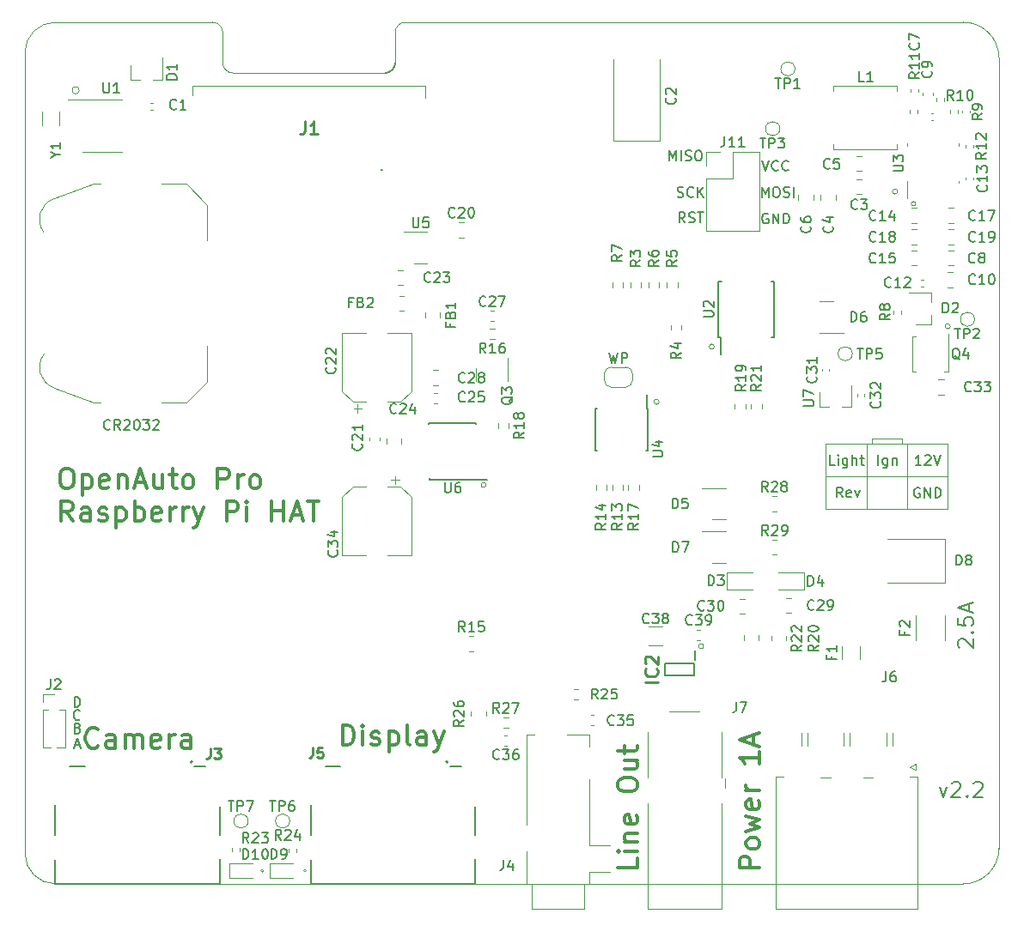
<source format=gto>
G04 #@! TF.GenerationSoftware,KiCad,Pcbnew,(5.99.0-11120-g1d6ad4a52a)*
G04 #@! TF.CreationDate,2021-10-18T08:47:08+02:00*
G04 #@! TF.ProjectId,CarPiPowerHat,43617250-6950-46f7-9765-724861742e6b,0.2*
G04 #@! TF.SameCoordinates,Original*
G04 #@! TF.FileFunction,Legend,Top*
G04 #@! TF.FilePolarity,Positive*
%FSLAX46Y46*%
G04 Gerber Fmt 4.6, Leading zero omitted, Abs format (unit mm)*
G04 Created by KiCad (PCBNEW (5.99.0-11120-g1d6ad4a52a)) date 2021-10-18 08:47:08*
%MOMM*%
%LPD*%
G01*
G04 APERTURE LIST*
%ADD10C,0.120000*%
G04 #@! TA.AperFunction,Profile*
%ADD11C,0.100000*%
G04 #@! TD*
G04 #@! TA.AperFunction,Profile*
%ADD12C,0.150000*%
G04 #@! TD*
%ADD13C,0.150000*%
%ADD14C,0.200000*%
%ADD15C,0.300000*%
%ADD16C,0.254000*%
%ADD17C,0.250000*%
%ADD18C,0.127000*%
%ADD19C,0.100000*%
G04 APERTURE END LIST*
D10*
X169200000Y-61500000D02*
G75*
G03*
X169200000Y-61500000I-250000J0D01*
G01*
X164000000Y-48200000D02*
G75*
G03*
X164000000Y-48200000I-250000J0D01*
G01*
X160950000Y-73050000D02*
X160950000Y-79550000D01*
X164450000Y-72550000D02*
X164450000Y-73050000D01*
X156950000Y-76300000D02*
X168950000Y-76300000D01*
X165800036Y-49399990D02*
G75*
G03*
X165800036Y-49399990I-223607J0D01*
G01*
X164950000Y-73050000D02*
X164950000Y-79550000D01*
X144900000Y-93050000D02*
G75*
G03*
X144900000Y-93050000I-250000J0D01*
G01*
X161450000Y-72550000D02*
X164450000Y-72550000D01*
X161450000Y-73050000D02*
X161450000Y-72550000D01*
X140500000Y-68950000D02*
G75*
G03*
X140500000Y-68950000I-250000J0D01*
G01*
X123450000Y-77150000D02*
G75*
G03*
X123450000Y-77150000I-250000J0D01*
G01*
X156950000Y-73050000D02*
X168950000Y-73050000D01*
X168950000Y-73050000D02*
X168950000Y-79550000D01*
X168950000Y-79550000D02*
X156950000Y-79550000D01*
X156950000Y-79550000D02*
X156950000Y-73050000D01*
X105741456Y-115199990D02*
G75*
G03*
X105741456Y-115199990I-141421J0D01*
G01*
X83353553Y-38200000D02*
G75*
G03*
X83353553Y-38200000I-353553J0D01*
G01*
X101541456Y-115199990D02*
G75*
G03*
X101541456Y-115199990I-141421J0D01*
G01*
X145950035Y-63499990D02*
G75*
G03*
X145950035Y-63499990I-250000J0D01*
G01*
D11*
X81000000Y-116500000D02*
X170500000Y-116500000D01*
X98499997Y-36500003D02*
G75*
G02*
X97500000Y-35500000I3J1000000D01*
G01*
X97500000Y-35500000D02*
X97500000Y-32500000D01*
X96500003Y-31499997D02*
G75*
G02*
X97500000Y-32500000I-3J-1000000D01*
G01*
X113500000Y-36500000D02*
X98500000Y-36500000D01*
X81000000Y-116500000D02*
G75*
G02*
X78005236Y-113500005I5236J2999995D01*
G01*
X78000000Y-34500000D02*
X78005236Y-113500005D01*
X115499997Y-31500003D02*
G75*
G03*
X114500000Y-32500000I0J-999997D01*
G01*
X96500000Y-31500000D02*
X81000000Y-31500000D01*
X173999998Y-34999998D02*
G75*
G03*
X170500000Y-31500000I-3499998J0D01*
G01*
X114500000Y-32500000D02*
X114500000Y-35500000D01*
X170500000Y-31500000D02*
X115500000Y-31500000D01*
X174000000Y-35000000D02*
X174000000Y-113000000D01*
X174000002Y-113000002D02*
G75*
G02*
X170500000Y-116500000I-3500000J2D01*
G01*
D12*
X113500000Y-36500000D02*
G75*
G03*
X114500000Y-35500000I0J1000000D01*
G01*
D11*
X78000000Y-34500000D02*
G75*
G02*
X81000000Y-31500000I3000000J0D01*
G01*
D13*
X166188095Y-77450000D02*
X166092857Y-77402380D01*
X165950000Y-77402380D01*
X165807142Y-77450000D01*
X165711904Y-77545238D01*
X165664285Y-77640476D01*
X165616666Y-77830952D01*
X165616666Y-77973809D01*
X165664285Y-78164285D01*
X165711904Y-78259523D01*
X165807142Y-78354761D01*
X165950000Y-78402380D01*
X166045238Y-78402380D01*
X166188095Y-78354761D01*
X166235714Y-78307142D01*
X166235714Y-77973809D01*
X166045238Y-77973809D01*
X166664285Y-78402380D02*
X166664285Y-77402380D01*
X167235714Y-78402380D01*
X167235714Y-77402380D01*
X167711904Y-78402380D02*
X167711904Y-77402380D01*
X167950000Y-77402380D01*
X168092857Y-77450000D01*
X168188095Y-77545238D01*
X168235714Y-77640476D01*
X168283333Y-77830952D01*
X168283333Y-77973809D01*
X168235714Y-78164285D01*
X168188095Y-78259523D01*
X168092857Y-78354761D01*
X167950000Y-78402380D01*
X167711904Y-78402380D01*
X150628606Y-48752370D02*
X150628606Y-47752370D01*
X150961939Y-48466656D01*
X151295273Y-47752370D01*
X151295273Y-48752370D01*
X151961939Y-47752370D02*
X152152415Y-47752370D01*
X152247654Y-47799990D01*
X152342892Y-47895228D01*
X152390511Y-48085704D01*
X152390511Y-48419037D01*
X152342892Y-48609513D01*
X152247654Y-48704751D01*
X152152415Y-48752370D01*
X151961939Y-48752370D01*
X151866701Y-48704751D01*
X151771463Y-48609513D01*
X151723844Y-48419037D01*
X151723844Y-48085704D01*
X151771463Y-47895228D01*
X151866701Y-47799990D01*
X151961939Y-47752370D01*
X152771463Y-48704751D02*
X152914320Y-48752370D01*
X153152415Y-48752370D01*
X153247654Y-48704751D01*
X153295273Y-48657132D01*
X153342892Y-48561894D01*
X153342892Y-48466656D01*
X153295273Y-48371418D01*
X153247654Y-48323799D01*
X153152415Y-48276180D01*
X152961939Y-48228561D01*
X152866701Y-48180942D01*
X152819082Y-48133323D01*
X152771463Y-48038085D01*
X152771463Y-47942847D01*
X152819082Y-47847609D01*
X152866701Y-47799990D01*
X152961939Y-47752370D01*
X153200035Y-47752370D01*
X153342892Y-47799990D01*
X153771463Y-48752370D02*
X153771463Y-47752370D01*
X135571428Y-64102380D02*
X135809523Y-65102380D01*
X136000000Y-64388095D01*
X136190476Y-65102380D01*
X136428571Y-64102380D01*
X136809523Y-65102380D02*
X136809523Y-64102380D01*
X137190476Y-64102380D01*
X137285714Y-64150000D01*
X137333333Y-64197619D01*
X137380952Y-64292857D01*
X137380952Y-64435714D01*
X137333333Y-64530952D01*
X137285714Y-64578571D01*
X137190476Y-64626190D01*
X136809523Y-64626190D01*
X162095238Y-75152380D02*
X162095238Y-74152380D01*
X163000000Y-74485714D02*
X163000000Y-75295238D01*
X162952380Y-75390476D01*
X162904761Y-75438095D01*
X162809523Y-75485714D01*
X162666666Y-75485714D01*
X162571428Y-75438095D01*
X163000000Y-75104761D02*
X162904761Y-75152380D01*
X162714285Y-75152380D01*
X162619047Y-75104761D01*
X162571428Y-75057142D01*
X162523809Y-74961904D01*
X162523809Y-74676190D01*
X162571428Y-74580952D01*
X162619047Y-74533333D01*
X162714285Y-74485714D01*
X162904761Y-74485714D01*
X163000000Y-74533333D01*
X163476190Y-74485714D02*
X163476190Y-75152380D01*
X163476190Y-74580952D02*
X163523809Y-74533333D01*
X163619047Y-74485714D01*
X163761904Y-74485714D01*
X163857142Y-74533333D01*
X163904761Y-74628571D01*
X163904761Y-75152380D01*
X166330952Y-75202380D02*
X165759523Y-75202380D01*
X166045238Y-75202380D02*
X166045238Y-74202380D01*
X165950000Y-74345238D01*
X165854761Y-74440476D01*
X165759523Y-74488095D01*
X166711904Y-74297619D02*
X166759523Y-74250000D01*
X166854761Y-74202380D01*
X167092857Y-74202380D01*
X167188095Y-74250000D01*
X167235714Y-74297619D01*
X167283333Y-74392857D01*
X167283333Y-74488095D01*
X167235714Y-74630952D01*
X166664285Y-75202380D01*
X167283333Y-75202380D01*
X167569047Y-74202380D02*
X167902380Y-75202380D01*
X168235714Y-74202380D01*
D14*
X83221428Y-101128571D02*
X83364285Y-101176190D01*
X83411904Y-101223809D01*
X83459523Y-101319047D01*
X83459523Y-101461904D01*
X83411904Y-101557142D01*
X83364285Y-101604761D01*
X83269047Y-101652380D01*
X82888095Y-101652380D01*
X82888095Y-100652380D01*
X83221428Y-100652380D01*
X83316666Y-100700000D01*
X83364285Y-100747619D01*
X83411904Y-100842857D01*
X83411904Y-100938095D01*
X83364285Y-101033333D01*
X83316666Y-101080952D01*
X83221428Y-101128571D01*
X82888095Y-101128571D01*
X86404796Y-71607132D02*
X86357177Y-71654751D01*
X86214320Y-71702370D01*
X86119082Y-71702370D01*
X85976225Y-71654751D01*
X85880987Y-71559513D01*
X85833368Y-71464275D01*
X85785749Y-71273799D01*
X85785749Y-71130942D01*
X85833368Y-70940466D01*
X85880987Y-70845228D01*
X85976225Y-70749990D01*
X86119082Y-70702370D01*
X86214320Y-70702370D01*
X86357177Y-70749990D01*
X86404796Y-70797609D01*
X87404796Y-71702370D02*
X87071463Y-71226180D01*
X86833368Y-71702370D02*
X86833368Y-70702370D01*
X87214320Y-70702370D01*
X87309558Y-70749990D01*
X87357177Y-70797609D01*
X87404796Y-70892847D01*
X87404796Y-71035704D01*
X87357177Y-71130942D01*
X87309558Y-71178561D01*
X87214320Y-71226180D01*
X86833368Y-71226180D01*
X87785749Y-70797609D02*
X87833368Y-70749990D01*
X87928606Y-70702370D01*
X88166701Y-70702370D01*
X88261939Y-70749990D01*
X88309558Y-70797609D01*
X88357177Y-70892847D01*
X88357177Y-70988085D01*
X88309558Y-71130942D01*
X87738130Y-71702370D01*
X88357177Y-71702370D01*
X88976225Y-70702370D02*
X89071463Y-70702370D01*
X89166701Y-70749990D01*
X89214320Y-70797609D01*
X89261939Y-70892847D01*
X89309558Y-71083323D01*
X89309558Y-71321418D01*
X89261939Y-71511894D01*
X89214320Y-71607132D01*
X89166701Y-71654751D01*
X89071463Y-71702370D01*
X88976225Y-71702370D01*
X88880987Y-71654751D01*
X88833368Y-71607132D01*
X88785749Y-71511894D01*
X88738130Y-71321418D01*
X88738130Y-71083323D01*
X88785749Y-70892847D01*
X88833368Y-70797609D01*
X88880987Y-70749990D01*
X88976225Y-70702370D01*
X89642892Y-70702370D02*
X90261939Y-70702370D01*
X89928606Y-71083323D01*
X90071463Y-71083323D01*
X90166701Y-71130942D01*
X90214320Y-71178561D01*
X90261939Y-71273799D01*
X90261939Y-71511894D01*
X90214320Y-71607132D01*
X90166701Y-71654751D01*
X90071463Y-71702370D01*
X89785749Y-71702370D01*
X89690511Y-71654751D01*
X89642892Y-71607132D01*
X90642892Y-70797609D02*
X90690511Y-70749990D01*
X90785749Y-70702370D01*
X91023844Y-70702370D01*
X91119082Y-70749990D01*
X91166701Y-70797609D01*
X91214320Y-70892847D01*
X91214320Y-70988085D01*
X91166701Y-71130942D01*
X90595273Y-71702370D01*
X91214320Y-71702370D01*
D13*
X157830952Y-75152380D02*
X157354761Y-75152380D01*
X157354761Y-74152380D01*
X158164285Y-75152380D02*
X158164285Y-74485714D01*
X158164285Y-74152380D02*
X158116666Y-74200000D01*
X158164285Y-74247619D01*
X158211904Y-74200000D01*
X158164285Y-74152380D01*
X158164285Y-74247619D01*
X159069047Y-74485714D02*
X159069047Y-75295238D01*
X159021428Y-75390476D01*
X158973809Y-75438095D01*
X158878571Y-75485714D01*
X158735714Y-75485714D01*
X158640476Y-75438095D01*
X159069047Y-75104761D02*
X158973809Y-75152380D01*
X158783333Y-75152380D01*
X158688095Y-75104761D01*
X158640476Y-75057142D01*
X158592857Y-74961904D01*
X158592857Y-74676190D01*
X158640476Y-74580952D01*
X158688095Y-74533333D01*
X158783333Y-74485714D01*
X158973809Y-74485714D01*
X159069047Y-74533333D01*
X159545238Y-75152380D02*
X159545238Y-74152380D01*
X159973809Y-75152380D02*
X159973809Y-74628571D01*
X159926190Y-74533333D01*
X159830952Y-74485714D01*
X159688095Y-74485714D01*
X159592857Y-74533333D01*
X159545238Y-74580952D01*
X160307142Y-74485714D02*
X160688095Y-74485714D01*
X160450000Y-74152380D02*
X160450000Y-75009523D01*
X160497619Y-75104761D01*
X160592857Y-75152380D01*
X160688095Y-75152380D01*
X143052415Y-51252370D02*
X142719082Y-50776180D01*
X142480987Y-51252370D02*
X142480987Y-50252370D01*
X142861939Y-50252370D01*
X142957177Y-50299990D01*
X143004796Y-50347609D01*
X143052415Y-50442847D01*
X143052415Y-50585704D01*
X143004796Y-50680942D01*
X142957177Y-50728561D01*
X142861939Y-50776180D01*
X142480987Y-50776180D01*
X143433368Y-51204751D02*
X143576225Y-51252370D01*
X143814320Y-51252370D01*
X143909558Y-51204751D01*
X143957177Y-51157132D01*
X144004796Y-51061894D01*
X144004796Y-50966656D01*
X143957177Y-50871418D01*
X143909558Y-50823799D01*
X143814320Y-50776180D01*
X143623844Y-50728561D01*
X143528606Y-50680942D01*
X143480987Y-50633323D01*
X143433368Y-50538085D01*
X143433368Y-50442847D01*
X143480987Y-50347609D01*
X143528606Y-50299990D01*
X143623844Y-50252370D01*
X143861939Y-50252370D01*
X144004796Y-50299990D01*
X144290511Y-50252370D02*
X144861939Y-50252370D01*
X144576225Y-51252370D02*
X144576225Y-50252370D01*
D15*
X138404761Y-113954761D02*
X138404761Y-114907142D01*
X136404761Y-114907142D01*
X138404761Y-113288095D02*
X137071428Y-113288095D01*
X136404761Y-113288095D02*
X136500000Y-113383333D01*
X136595238Y-113288095D01*
X136500000Y-113192857D01*
X136404761Y-113288095D01*
X136595238Y-113288095D01*
X137071428Y-112335714D02*
X138404761Y-112335714D01*
X137261904Y-112335714D02*
X137166666Y-112240476D01*
X137071428Y-112050000D01*
X137071428Y-111764285D01*
X137166666Y-111573809D01*
X137357142Y-111478571D01*
X138404761Y-111478571D01*
X138309523Y-109764285D02*
X138404761Y-109954761D01*
X138404761Y-110335714D01*
X138309523Y-110526190D01*
X138119047Y-110621428D01*
X137357142Y-110621428D01*
X137166666Y-110526190D01*
X137071428Y-110335714D01*
X137071428Y-109954761D01*
X137166666Y-109764285D01*
X137357142Y-109669047D01*
X137547619Y-109669047D01*
X137738095Y-110621428D01*
X136404761Y-106907142D02*
X136404761Y-106526190D01*
X136500000Y-106335714D01*
X136690476Y-106145238D01*
X137071428Y-106050000D01*
X137738095Y-106050000D01*
X138119047Y-106145238D01*
X138309523Y-106335714D01*
X138404761Y-106526190D01*
X138404761Y-106907142D01*
X138309523Y-107097619D01*
X138119047Y-107288095D01*
X137738095Y-107383333D01*
X137071428Y-107383333D01*
X136690476Y-107288095D01*
X136500000Y-107097619D01*
X136404761Y-106907142D01*
X137071428Y-104335714D02*
X138404761Y-104335714D01*
X137071428Y-105192857D02*
X138119047Y-105192857D01*
X138309523Y-105097619D01*
X138404761Y-104907142D01*
X138404761Y-104621428D01*
X138309523Y-104430952D01*
X138214285Y-104335714D01*
X137071428Y-103669047D02*
X137071428Y-102907142D01*
X136404761Y-103383333D02*
X138119047Y-103383333D01*
X138309523Y-103288095D01*
X138404761Y-103097619D01*
X138404761Y-102907142D01*
D13*
X150666701Y-45152370D02*
X151000035Y-46152370D01*
X151333368Y-45152370D01*
X152238130Y-46057132D02*
X152190511Y-46104751D01*
X152047654Y-46152370D01*
X151952415Y-46152370D01*
X151809558Y-46104751D01*
X151714320Y-46009513D01*
X151666701Y-45914275D01*
X151619082Y-45723799D01*
X151619082Y-45580942D01*
X151666701Y-45390466D01*
X151714320Y-45295228D01*
X151809558Y-45199990D01*
X151952415Y-45152370D01*
X152047654Y-45152370D01*
X152190511Y-45199990D01*
X152238130Y-45247609D01*
X153238130Y-46057132D02*
X153190511Y-46104751D01*
X153047654Y-46152370D01*
X152952415Y-46152370D01*
X152809558Y-46104751D01*
X152714320Y-46009513D01*
X152666701Y-45914275D01*
X152619082Y-45723799D01*
X152619082Y-45580942D01*
X152666701Y-45390466D01*
X152714320Y-45295228D01*
X152809558Y-45199990D01*
X152952415Y-45152370D01*
X153047654Y-45152370D01*
X153190511Y-45199990D01*
X153238130Y-45247609D01*
X142314320Y-48704751D02*
X142457177Y-48752370D01*
X142695273Y-48752370D01*
X142790511Y-48704751D01*
X142838130Y-48657132D01*
X142885749Y-48561894D01*
X142885749Y-48466656D01*
X142838130Y-48371418D01*
X142790511Y-48323799D01*
X142695273Y-48276180D01*
X142504796Y-48228561D01*
X142409558Y-48180942D01*
X142361939Y-48133323D01*
X142314320Y-48038085D01*
X142314320Y-47942847D01*
X142361939Y-47847609D01*
X142409558Y-47799990D01*
X142504796Y-47752370D01*
X142742892Y-47752370D01*
X142885749Y-47799990D01*
X143885749Y-48657132D02*
X143838130Y-48704751D01*
X143695273Y-48752370D01*
X143600035Y-48752370D01*
X143457177Y-48704751D01*
X143361939Y-48609513D01*
X143314320Y-48514275D01*
X143266701Y-48323799D01*
X143266701Y-48180942D01*
X143314320Y-47990466D01*
X143361939Y-47895228D01*
X143457177Y-47799990D01*
X143600035Y-47752370D01*
X143695273Y-47752370D01*
X143838130Y-47799990D01*
X143885749Y-47847609D01*
X144314320Y-48752370D02*
X144314320Y-47752370D01*
X144885749Y-48752370D02*
X144457177Y-48180942D01*
X144885749Y-47752370D02*
X144314320Y-48323799D01*
D15*
X150404761Y-114923809D02*
X148404761Y-114923809D01*
X148404761Y-114161904D01*
X148500000Y-113971428D01*
X148595238Y-113876190D01*
X148785714Y-113780952D01*
X149071428Y-113780952D01*
X149261904Y-113876190D01*
X149357142Y-113971428D01*
X149452380Y-114161904D01*
X149452380Y-114923809D01*
X150404761Y-112638095D02*
X150309523Y-112828571D01*
X150214285Y-112923809D01*
X150023809Y-113019047D01*
X149452380Y-113019047D01*
X149261904Y-112923809D01*
X149166666Y-112828571D01*
X149071428Y-112638095D01*
X149071428Y-112352380D01*
X149166666Y-112161904D01*
X149261904Y-112066666D01*
X149452380Y-111971428D01*
X150023809Y-111971428D01*
X150214285Y-112066666D01*
X150309523Y-112161904D01*
X150404761Y-112352380D01*
X150404761Y-112638095D01*
X149071428Y-111304761D02*
X150404761Y-110923809D01*
X149452380Y-110542857D01*
X150404761Y-110161904D01*
X149071428Y-109780952D01*
X150309523Y-108257142D02*
X150404761Y-108447619D01*
X150404761Y-108828571D01*
X150309523Y-109019047D01*
X150119047Y-109114285D01*
X149357142Y-109114285D01*
X149166666Y-109019047D01*
X149071428Y-108828571D01*
X149071428Y-108447619D01*
X149166666Y-108257142D01*
X149357142Y-108161904D01*
X149547619Y-108161904D01*
X149738095Y-109114285D01*
X150404761Y-107304761D02*
X149071428Y-107304761D01*
X149452380Y-107304761D02*
X149261904Y-107209523D01*
X149166666Y-107114285D01*
X149071428Y-106923809D01*
X149071428Y-106733333D01*
X150404761Y-103495238D02*
X150404761Y-104638095D01*
X150404761Y-104066666D02*
X148404761Y-104066666D01*
X148690476Y-104257142D01*
X148880952Y-104447619D01*
X148976190Y-104638095D01*
X149833333Y-102733333D02*
X149833333Y-101780952D01*
X150404761Y-102923809D02*
X148404761Y-102257142D01*
X150404761Y-101590476D01*
D14*
X82888095Y-99052380D02*
X82888095Y-98052380D01*
X83126190Y-98052380D01*
X83269047Y-98100000D01*
X83364285Y-98195238D01*
X83411904Y-98290476D01*
X83459523Y-98480952D01*
X83459523Y-98623809D01*
X83411904Y-98814285D01*
X83364285Y-98909523D01*
X83269047Y-99004761D01*
X83126190Y-99052380D01*
X82888095Y-99052380D01*
X168157142Y-106928571D02*
X168514285Y-107928571D01*
X168871428Y-106928571D01*
X169371428Y-106571428D02*
X169442857Y-106500000D01*
X169585714Y-106428571D01*
X169942857Y-106428571D01*
X170085714Y-106500000D01*
X170157142Y-106571428D01*
X170228571Y-106714285D01*
X170228571Y-106857142D01*
X170157142Y-107071428D01*
X169300000Y-107928571D01*
X170228571Y-107928571D01*
X170871428Y-107785714D02*
X170942857Y-107857142D01*
X170871428Y-107928571D01*
X170800000Y-107857142D01*
X170871428Y-107785714D01*
X170871428Y-107928571D01*
X171514285Y-106571428D02*
X171585714Y-106500000D01*
X171728571Y-106428571D01*
X172085714Y-106428571D01*
X172228571Y-106500000D01*
X172300000Y-106571428D01*
X172371428Y-106714285D01*
X172371428Y-106857142D01*
X172300000Y-107071428D01*
X171442857Y-107928571D01*
X172371428Y-107928571D01*
D15*
X109295273Y-102804751D02*
X109295273Y-100804751D01*
X109771463Y-100804751D01*
X110057177Y-100899990D01*
X110247654Y-101090466D01*
X110342892Y-101280942D01*
X110438130Y-101661894D01*
X110438130Y-101947609D01*
X110342892Y-102328561D01*
X110247654Y-102519037D01*
X110057177Y-102709513D01*
X109771463Y-102804751D01*
X109295273Y-102804751D01*
X111295273Y-102804751D02*
X111295273Y-101471418D01*
X111295273Y-100804751D02*
X111200035Y-100899990D01*
X111295273Y-100995228D01*
X111390511Y-100899990D01*
X111295273Y-100804751D01*
X111295273Y-100995228D01*
X112152415Y-102709513D02*
X112342892Y-102804751D01*
X112723844Y-102804751D01*
X112914320Y-102709513D01*
X113009558Y-102519037D01*
X113009558Y-102423799D01*
X112914320Y-102233323D01*
X112723844Y-102138085D01*
X112438130Y-102138085D01*
X112247654Y-102042847D01*
X112152415Y-101852370D01*
X112152415Y-101757132D01*
X112247654Y-101566656D01*
X112438130Y-101471418D01*
X112723844Y-101471418D01*
X112914320Y-101566656D01*
X113866701Y-101471418D02*
X113866701Y-103471418D01*
X113866701Y-101566656D02*
X114057177Y-101471418D01*
X114438130Y-101471418D01*
X114628606Y-101566656D01*
X114723844Y-101661894D01*
X114819082Y-101852370D01*
X114819082Y-102423799D01*
X114723844Y-102614275D01*
X114628606Y-102709513D01*
X114438130Y-102804751D01*
X114057177Y-102804751D01*
X113866701Y-102709513D01*
X115961939Y-102804751D02*
X115771463Y-102709513D01*
X115676225Y-102519037D01*
X115676225Y-100804751D01*
X117580987Y-102804751D02*
X117580987Y-101757132D01*
X117485749Y-101566656D01*
X117295273Y-101471418D01*
X116914320Y-101471418D01*
X116723844Y-101566656D01*
X117580987Y-102709513D02*
X117390511Y-102804751D01*
X116914320Y-102804751D01*
X116723844Y-102709513D01*
X116628606Y-102519037D01*
X116628606Y-102328561D01*
X116723844Y-102138085D01*
X116914320Y-102042847D01*
X117390511Y-102042847D01*
X117580987Y-101947609D01*
X118342892Y-101471418D02*
X118819082Y-102804751D01*
X119295273Y-101471418D02*
X118819082Y-102804751D01*
X118628606Y-103280942D01*
X118533368Y-103376180D01*
X118342892Y-103471418D01*
D13*
X141528606Y-45152370D02*
X141528606Y-44152370D01*
X141861939Y-44866656D01*
X142195273Y-44152370D01*
X142195273Y-45152370D01*
X142671463Y-45152370D02*
X142671463Y-44152370D01*
X143100035Y-45104751D02*
X143242892Y-45152370D01*
X143480987Y-45152370D01*
X143576225Y-45104751D01*
X143623844Y-45057132D01*
X143671463Y-44961894D01*
X143671463Y-44866656D01*
X143623844Y-44771418D01*
X143576225Y-44723799D01*
X143480987Y-44676180D01*
X143290511Y-44628561D01*
X143195273Y-44580942D01*
X143147654Y-44533323D01*
X143100035Y-44438085D01*
X143100035Y-44342847D01*
X143147654Y-44247609D01*
X143195273Y-44199990D01*
X143290511Y-44152370D01*
X143528606Y-44152370D01*
X143671463Y-44199990D01*
X144290511Y-44152370D02*
X144480987Y-44152370D01*
X144576225Y-44199990D01*
X144671463Y-44295228D01*
X144719082Y-44485704D01*
X144719082Y-44819037D01*
X144671463Y-45009513D01*
X144576225Y-45104751D01*
X144480987Y-45152370D01*
X144290511Y-45152370D01*
X144195273Y-45104751D01*
X144100035Y-45009513D01*
X144052415Y-44819037D01*
X144052415Y-44485704D01*
X144100035Y-44295228D01*
X144195273Y-44199990D01*
X144290511Y-44152370D01*
X158600000Y-78352380D02*
X158266666Y-77876190D01*
X158028571Y-78352380D02*
X158028571Y-77352380D01*
X158409523Y-77352380D01*
X158504761Y-77400000D01*
X158552380Y-77447619D01*
X158600000Y-77542857D01*
X158600000Y-77685714D01*
X158552380Y-77780952D01*
X158504761Y-77828571D01*
X158409523Y-77876190D01*
X158028571Y-77876190D01*
X159409523Y-78304761D02*
X159314285Y-78352380D01*
X159123809Y-78352380D01*
X159028571Y-78304761D01*
X158980952Y-78209523D01*
X158980952Y-77828571D01*
X159028571Y-77733333D01*
X159123809Y-77685714D01*
X159314285Y-77685714D01*
X159409523Y-77733333D01*
X159457142Y-77828571D01*
X159457142Y-77923809D01*
X158980952Y-78019047D01*
X159790476Y-77685714D02*
X160028571Y-78352380D01*
X160266666Y-77685714D01*
D15*
X85200035Y-102914275D02*
X85104796Y-103009513D01*
X84819082Y-103104751D01*
X84628606Y-103104751D01*
X84342892Y-103009513D01*
X84152415Y-102819037D01*
X84057177Y-102628561D01*
X83961939Y-102247609D01*
X83961939Y-101961894D01*
X84057177Y-101580942D01*
X84152415Y-101390466D01*
X84342892Y-101199990D01*
X84628606Y-101104751D01*
X84819082Y-101104751D01*
X85104796Y-101199990D01*
X85200035Y-101295228D01*
X86914320Y-103104751D02*
X86914320Y-102057132D01*
X86819082Y-101866656D01*
X86628606Y-101771418D01*
X86247654Y-101771418D01*
X86057177Y-101866656D01*
X86914320Y-103009513D02*
X86723844Y-103104751D01*
X86247654Y-103104751D01*
X86057177Y-103009513D01*
X85961939Y-102819037D01*
X85961939Y-102628561D01*
X86057177Y-102438085D01*
X86247654Y-102342847D01*
X86723844Y-102342847D01*
X86914320Y-102247609D01*
X87866701Y-103104751D02*
X87866701Y-101771418D01*
X87866701Y-101961894D02*
X87961939Y-101866656D01*
X88152415Y-101771418D01*
X88438130Y-101771418D01*
X88628606Y-101866656D01*
X88723844Y-102057132D01*
X88723844Y-103104751D01*
X88723844Y-102057132D02*
X88819082Y-101866656D01*
X89009558Y-101771418D01*
X89295273Y-101771418D01*
X89485749Y-101866656D01*
X89580987Y-102057132D01*
X89580987Y-103104751D01*
X91295273Y-103009513D02*
X91104796Y-103104751D01*
X90723844Y-103104751D01*
X90533368Y-103009513D01*
X90438130Y-102819037D01*
X90438130Y-102057132D01*
X90533368Y-101866656D01*
X90723844Y-101771418D01*
X91104796Y-101771418D01*
X91295273Y-101866656D01*
X91390511Y-102057132D01*
X91390511Y-102247609D01*
X90438130Y-102438085D01*
X92247654Y-103104751D02*
X92247654Y-101771418D01*
X92247654Y-102152370D02*
X92342892Y-101961894D01*
X92438130Y-101866656D01*
X92628606Y-101771418D01*
X92819082Y-101771418D01*
X94342892Y-103104751D02*
X94342892Y-102057132D01*
X94247654Y-101866656D01*
X94057177Y-101771418D01*
X93676225Y-101771418D01*
X93485749Y-101866656D01*
X94342892Y-103009513D02*
X94152415Y-103104751D01*
X93676225Y-103104751D01*
X93485749Y-103009513D01*
X93390511Y-102819037D01*
X93390511Y-102628561D01*
X93485749Y-102438085D01*
X93676225Y-102342847D01*
X94152415Y-102342847D01*
X94342892Y-102247609D01*
D13*
X151238130Y-50399990D02*
X151142892Y-50352370D01*
X151000035Y-50352370D01*
X150857177Y-50399990D01*
X150761939Y-50495228D01*
X150714320Y-50590466D01*
X150666701Y-50780942D01*
X150666701Y-50923799D01*
X150714320Y-51114275D01*
X150761939Y-51209513D01*
X150857177Y-51304751D01*
X151000035Y-51352370D01*
X151095273Y-51352370D01*
X151238130Y-51304751D01*
X151285749Y-51257132D01*
X151285749Y-50923799D01*
X151095273Y-50923799D01*
X151714320Y-51352370D02*
X151714320Y-50352370D01*
X152285749Y-51352370D01*
X152285749Y-50352370D01*
X152761939Y-51352370D02*
X152761939Y-50352370D01*
X153000035Y-50352370D01*
X153142892Y-50399990D01*
X153238130Y-50495228D01*
X153285749Y-50590466D01*
X153333368Y-50780942D01*
X153333368Y-50923799D01*
X153285749Y-51114275D01*
X153238130Y-51209513D01*
X153142892Y-51304751D01*
X153000035Y-51352370D01*
X152761939Y-51352370D01*
D14*
X170121428Y-93192857D02*
X170050000Y-93121428D01*
X169978571Y-92978571D01*
X169978571Y-92621428D01*
X170050000Y-92478571D01*
X170121428Y-92407142D01*
X170264285Y-92335714D01*
X170407142Y-92335714D01*
X170621428Y-92407142D01*
X171478571Y-93264285D01*
X171478571Y-92335714D01*
X171335714Y-91692857D02*
X171407142Y-91621428D01*
X171478571Y-91692857D01*
X171407142Y-91764285D01*
X171335714Y-91692857D01*
X171478571Y-91692857D01*
X169978571Y-90264285D02*
X169978571Y-90978571D01*
X170692857Y-91050000D01*
X170621428Y-90978571D01*
X170550000Y-90835714D01*
X170550000Y-90478571D01*
X170621428Y-90335714D01*
X170692857Y-90264285D01*
X170835714Y-90192857D01*
X171192857Y-90192857D01*
X171335714Y-90264285D01*
X171407142Y-90335714D01*
X171478571Y-90478571D01*
X171478571Y-90835714D01*
X171407142Y-90978571D01*
X171335714Y-91050000D01*
X171050000Y-89621428D02*
X171050000Y-88907142D01*
X171478571Y-89764285D02*
X169978571Y-89264285D01*
X171478571Y-88764285D01*
X82911904Y-102816666D02*
X83388095Y-102816666D01*
X82816666Y-103102380D02*
X83150000Y-102102380D01*
X83483333Y-103102380D01*
D15*
X81952177Y-75494751D02*
X82333130Y-75494751D01*
X82523606Y-75589990D01*
X82714082Y-75780466D01*
X82809320Y-76161418D01*
X82809320Y-76828085D01*
X82714082Y-77209037D01*
X82523606Y-77399513D01*
X82333130Y-77494751D01*
X81952177Y-77494751D01*
X81761701Y-77399513D01*
X81571225Y-77209037D01*
X81475987Y-76828085D01*
X81475987Y-76161418D01*
X81571225Y-75780466D01*
X81761701Y-75589990D01*
X81952177Y-75494751D01*
X83666463Y-76161418D02*
X83666463Y-78161418D01*
X83666463Y-76256656D02*
X83856939Y-76161418D01*
X84237892Y-76161418D01*
X84428368Y-76256656D01*
X84523606Y-76351894D01*
X84618844Y-76542370D01*
X84618844Y-77113799D01*
X84523606Y-77304275D01*
X84428368Y-77399513D01*
X84237892Y-77494751D01*
X83856939Y-77494751D01*
X83666463Y-77399513D01*
X86237892Y-77399513D02*
X86047415Y-77494751D01*
X85666463Y-77494751D01*
X85475987Y-77399513D01*
X85380749Y-77209037D01*
X85380749Y-76447132D01*
X85475987Y-76256656D01*
X85666463Y-76161418D01*
X86047415Y-76161418D01*
X86237892Y-76256656D01*
X86333130Y-76447132D01*
X86333130Y-76637609D01*
X85380749Y-76828085D01*
X87190273Y-76161418D02*
X87190273Y-77494751D01*
X87190273Y-76351894D02*
X87285511Y-76256656D01*
X87475987Y-76161418D01*
X87761701Y-76161418D01*
X87952177Y-76256656D01*
X88047415Y-76447132D01*
X88047415Y-77494751D01*
X88904558Y-76923323D02*
X89856939Y-76923323D01*
X88714082Y-77494751D02*
X89380749Y-75494751D01*
X90047415Y-77494751D01*
X91571225Y-76161418D02*
X91571225Y-77494751D01*
X90714082Y-76161418D02*
X90714082Y-77209037D01*
X90809320Y-77399513D01*
X90999796Y-77494751D01*
X91285511Y-77494751D01*
X91475987Y-77399513D01*
X91571225Y-77304275D01*
X92237892Y-76161418D02*
X92999796Y-76161418D01*
X92523606Y-75494751D02*
X92523606Y-77209037D01*
X92618844Y-77399513D01*
X92809320Y-77494751D01*
X92999796Y-77494751D01*
X93952177Y-77494751D02*
X93761701Y-77399513D01*
X93666463Y-77304275D01*
X93571225Y-77113799D01*
X93571225Y-76542370D01*
X93666463Y-76351894D01*
X93761701Y-76256656D01*
X93952177Y-76161418D01*
X94237892Y-76161418D01*
X94428368Y-76256656D01*
X94523606Y-76351894D01*
X94618844Y-76542370D01*
X94618844Y-77113799D01*
X94523606Y-77304275D01*
X94428368Y-77399513D01*
X94237892Y-77494751D01*
X93952177Y-77494751D01*
X96999796Y-77494751D02*
X96999796Y-75494751D01*
X97761701Y-75494751D01*
X97952177Y-75589990D01*
X98047415Y-75685228D01*
X98142654Y-75875704D01*
X98142654Y-76161418D01*
X98047415Y-76351894D01*
X97952177Y-76447132D01*
X97761701Y-76542370D01*
X96999796Y-76542370D01*
X98999796Y-77494751D02*
X98999796Y-76161418D01*
X98999796Y-76542370D02*
X99095035Y-76351894D01*
X99190273Y-76256656D01*
X99380749Y-76161418D01*
X99571225Y-76161418D01*
X100523606Y-77494751D02*
X100333130Y-77399513D01*
X100237892Y-77304275D01*
X100142654Y-77113799D01*
X100142654Y-76542370D01*
X100237892Y-76351894D01*
X100333130Y-76256656D01*
X100523606Y-76161418D01*
X100809320Y-76161418D01*
X100999796Y-76256656D01*
X101095035Y-76351894D01*
X101190273Y-76542370D01*
X101190273Y-77113799D01*
X101095035Y-77304275D01*
X100999796Y-77399513D01*
X100809320Y-77494751D01*
X100523606Y-77494751D01*
X82714082Y-80714751D02*
X82047415Y-79762370D01*
X81571225Y-80714751D02*
X81571225Y-78714751D01*
X82333130Y-78714751D01*
X82523606Y-78809990D01*
X82618844Y-78905228D01*
X82714082Y-79095704D01*
X82714082Y-79381418D01*
X82618844Y-79571894D01*
X82523606Y-79667132D01*
X82333130Y-79762370D01*
X81571225Y-79762370D01*
X84428368Y-80714751D02*
X84428368Y-79667132D01*
X84333130Y-79476656D01*
X84142654Y-79381418D01*
X83761701Y-79381418D01*
X83571225Y-79476656D01*
X84428368Y-80619513D02*
X84237892Y-80714751D01*
X83761701Y-80714751D01*
X83571225Y-80619513D01*
X83475987Y-80429037D01*
X83475987Y-80238561D01*
X83571225Y-80048085D01*
X83761701Y-79952847D01*
X84237892Y-79952847D01*
X84428368Y-79857609D01*
X85285511Y-80619513D02*
X85475987Y-80714751D01*
X85856939Y-80714751D01*
X86047415Y-80619513D01*
X86142654Y-80429037D01*
X86142654Y-80333799D01*
X86047415Y-80143323D01*
X85856939Y-80048085D01*
X85571225Y-80048085D01*
X85380749Y-79952847D01*
X85285511Y-79762370D01*
X85285511Y-79667132D01*
X85380749Y-79476656D01*
X85571225Y-79381418D01*
X85856939Y-79381418D01*
X86047415Y-79476656D01*
X86999796Y-79381418D02*
X86999796Y-81381418D01*
X86999796Y-79476656D02*
X87190273Y-79381418D01*
X87571225Y-79381418D01*
X87761701Y-79476656D01*
X87856939Y-79571894D01*
X87952177Y-79762370D01*
X87952177Y-80333799D01*
X87856939Y-80524275D01*
X87761701Y-80619513D01*
X87571225Y-80714751D01*
X87190273Y-80714751D01*
X86999796Y-80619513D01*
X88809320Y-80714751D02*
X88809320Y-78714751D01*
X88809320Y-79476656D02*
X88999796Y-79381418D01*
X89380749Y-79381418D01*
X89571225Y-79476656D01*
X89666463Y-79571894D01*
X89761701Y-79762370D01*
X89761701Y-80333799D01*
X89666463Y-80524275D01*
X89571225Y-80619513D01*
X89380749Y-80714751D01*
X88999796Y-80714751D01*
X88809320Y-80619513D01*
X91380749Y-80619513D02*
X91190273Y-80714751D01*
X90809320Y-80714751D01*
X90618844Y-80619513D01*
X90523606Y-80429037D01*
X90523606Y-79667132D01*
X90618844Y-79476656D01*
X90809320Y-79381418D01*
X91190273Y-79381418D01*
X91380749Y-79476656D01*
X91475987Y-79667132D01*
X91475987Y-79857609D01*
X90523606Y-80048085D01*
X92333130Y-80714751D02*
X92333130Y-79381418D01*
X92333130Y-79762370D02*
X92428368Y-79571894D01*
X92523606Y-79476656D01*
X92714082Y-79381418D01*
X92904558Y-79381418D01*
X93571225Y-80714751D02*
X93571225Y-79381418D01*
X93571225Y-79762370D02*
X93666463Y-79571894D01*
X93761701Y-79476656D01*
X93952177Y-79381418D01*
X94142654Y-79381418D01*
X94618844Y-79381418D02*
X95095035Y-80714751D01*
X95571225Y-79381418D02*
X95095035Y-80714751D01*
X94904558Y-81190942D01*
X94809320Y-81286180D01*
X94618844Y-81381418D01*
X97856939Y-80714751D02*
X97856939Y-78714751D01*
X98618844Y-78714751D01*
X98809320Y-78809990D01*
X98904558Y-78905228D01*
X98999796Y-79095704D01*
X98999796Y-79381418D01*
X98904558Y-79571894D01*
X98809320Y-79667132D01*
X98618844Y-79762370D01*
X97856939Y-79762370D01*
X99856939Y-80714751D02*
X99856939Y-79381418D01*
X99856939Y-78714751D02*
X99761701Y-78809990D01*
X99856939Y-78905228D01*
X99952177Y-78809990D01*
X99856939Y-78714751D01*
X99856939Y-78905228D01*
X102333130Y-80714751D02*
X102333130Y-78714751D01*
X102333130Y-79667132D02*
X103475987Y-79667132D01*
X103475987Y-80714751D02*
X103475987Y-78714751D01*
X104333130Y-80143323D02*
X105285511Y-80143323D01*
X104142654Y-80714751D02*
X104809320Y-78714751D01*
X105475987Y-80714751D01*
X105856939Y-78714751D02*
X106999796Y-78714751D01*
X106428368Y-80714751D02*
X106428368Y-78714751D01*
D14*
X83409523Y-100257142D02*
X83361904Y-100304761D01*
X83219047Y-100352380D01*
X83123809Y-100352380D01*
X82980952Y-100304761D01*
X82885714Y-100209523D01*
X82838095Y-100114285D01*
X82790476Y-99923809D01*
X82790476Y-99780952D01*
X82838095Y-99590476D01*
X82885714Y-99495238D01*
X82980952Y-99400000D01*
X83123809Y-99352380D01*
X83219047Y-99352380D01*
X83361904Y-99400000D01*
X83409523Y-99447619D01*
D13*
X169507212Y-39174260D02*
X169173879Y-38698070D01*
X168935784Y-39174260D02*
X168935784Y-38174260D01*
X169316736Y-38174260D01*
X169411974Y-38221880D01*
X169459593Y-38269499D01*
X169507212Y-38364737D01*
X169507212Y-38507594D01*
X169459593Y-38602832D01*
X169411974Y-38650451D01*
X169316736Y-38698070D01*
X168935784Y-38698070D01*
X170459593Y-39174260D02*
X169888165Y-39174260D01*
X170173879Y-39174260D02*
X170173879Y-38174260D01*
X170078641Y-38317118D01*
X169983403Y-38412356D01*
X169888165Y-38459975D01*
X171078641Y-38174260D02*
X171173879Y-38174260D01*
X171269117Y-38221880D01*
X171316736Y-38269499D01*
X171364355Y-38364737D01*
X171411974Y-38555213D01*
X171411974Y-38793308D01*
X171364355Y-38983784D01*
X171316736Y-39079022D01*
X171269117Y-39126641D01*
X171173879Y-39174260D01*
X171078641Y-39174260D01*
X170983403Y-39126641D01*
X170935784Y-39079022D01*
X170888165Y-38983784D01*
X170840546Y-38793308D01*
X170840546Y-38555213D01*
X170888165Y-38364737D01*
X170935784Y-38269499D01*
X170983403Y-38221880D01*
X171078641Y-38174260D01*
X166152415Y-36442847D02*
X165676225Y-36776180D01*
X166152415Y-37014275D02*
X165152415Y-37014275D01*
X165152415Y-36633323D01*
X165200035Y-36538085D01*
X165247654Y-36490466D01*
X165342892Y-36442847D01*
X165485749Y-36442847D01*
X165580987Y-36490466D01*
X165628606Y-36538085D01*
X165676225Y-36633323D01*
X165676225Y-37014275D01*
X166152415Y-35490466D02*
X166152415Y-36061894D01*
X166152415Y-35776180D02*
X165152415Y-35776180D01*
X165295273Y-35871418D01*
X165390511Y-35966656D01*
X165438130Y-36061894D01*
X166152415Y-34538085D02*
X166152415Y-35109513D01*
X166152415Y-34823799D02*
X165152415Y-34823799D01*
X165295273Y-34919037D01*
X165390511Y-35014275D01*
X165438130Y-35109513D01*
X136852415Y-80942847D02*
X136376225Y-81276180D01*
X136852415Y-81514275D02*
X135852415Y-81514275D01*
X135852415Y-81133323D01*
X135900035Y-81038085D01*
X135947654Y-80990466D01*
X136042892Y-80942847D01*
X136185749Y-80942847D01*
X136280987Y-80990466D01*
X136328606Y-81038085D01*
X136376225Y-81133323D01*
X136376225Y-81514275D01*
X136852415Y-79990466D02*
X136852415Y-80561894D01*
X136852415Y-80276180D02*
X135852415Y-80276180D01*
X135995273Y-80371418D01*
X136090511Y-80466656D01*
X136138130Y-80561894D01*
X135852415Y-79657132D02*
X135852415Y-79038085D01*
X136233368Y-79371418D01*
X136233368Y-79228561D01*
X136280987Y-79133323D01*
X136328606Y-79085704D01*
X136423844Y-79038085D01*
X136661939Y-79038085D01*
X136757177Y-79085704D01*
X136804796Y-79133323D01*
X136852415Y-79228561D01*
X136852415Y-79514275D01*
X136804796Y-79609513D01*
X136757177Y-79657132D01*
X139852415Y-74361894D02*
X140661939Y-74361894D01*
X140757177Y-74314275D01*
X140804796Y-74266656D01*
X140852415Y-74171418D01*
X140852415Y-73980942D01*
X140804796Y-73885704D01*
X140757177Y-73838085D01*
X140661939Y-73790466D01*
X139852415Y-73790466D01*
X140185749Y-72885704D02*
X140852415Y-72885704D01*
X139804796Y-73123799D02*
X140519082Y-73361894D01*
X140519082Y-72742847D01*
X135252415Y-80942847D02*
X134776225Y-81276180D01*
X135252415Y-81514275D02*
X134252415Y-81514275D01*
X134252415Y-81133323D01*
X134300035Y-81038085D01*
X134347654Y-80990466D01*
X134442892Y-80942847D01*
X134585749Y-80942847D01*
X134680987Y-80990466D01*
X134728606Y-81038085D01*
X134776225Y-81133323D01*
X134776225Y-81514275D01*
X135252415Y-79990466D02*
X135252415Y-80561894D01*
X135252415Y-80276180D02*
X134252415Y-80276180D01*
X134395273Y-80371418D01*
X134490511Y-80466656D01*
X134538130Y-80561894D01*
X134585749Y-79133323D02*
X135252415Y-79133323D01*
X134204796Y-79371418D02*
X134919082Y-79609513D01*
X134919082Y-78990466D01*
X100057177Y-112452370D02*
X99723844Y-111976180D01*
X99485749Y-112452370D02*
X99485749Y-111452370D01*
X99866701Y-111452370D01*
X99961939Y-111499990D01*
X100009558Y-111547609D01*
X100057177Y-111642847D01*
X100057177Y-111785704D01*
X100009558Y-111880942D01*
X99961939Y-111928561D01*
X99866701Y-111976180D01*
X99485749Y-111976180D01*
X100438130Y-111547609D02*
X100485749Y-111499990D01*
X100580987Y-111452370D01*
X100819082Y-111452370D01*
X100914320Y-111499990D01*
X100961939Y-111547609D01*
X101009558Y-111642847D01*
X101009558Y-111738085D01*
X100961939Y-111880942D01*
X100390511Y-112452370D01*
X101009558Y-112452370D01*
X101342892Y-111452370D02*
X101961939Y-111452370D01*
X101628606Y-111833323D01*
X101771463Y-111833323D01*
X101866701Y-111880942D01*
X101914320Y-111928561D01*
X101961939Y-112023799D01*
X101961939Y-112261894D01*
X101914320Y-112357132D01*
X101866701Y-112404751D01*
X101771463Y-112452370D01*
X101485749Y-112452370D01*
X101390511Y-112404751D01*
X101342892Y-112357132D01*
X125166666Y-114152380D02*
X125166666Y-114866666D01*
X125119047Y-115009523D01*
X125023809Y-115104761D01*
X124880952Y-115152380D01*
X124785714Y-115152380D01*
X126071428Y-114485714D02*
X126071428Y-115152380D01*
X125833333Y-114104761D02*
X125595238Y-114819047D01*
X126214285Y-114819047D01*
X145361939Y-87052370D02*
X145361939Y-86052370D01*
X145600035Y-86052370D01*
X145742892Y-86099990D01*
X145838130Y-86195228D01*
X145885749Y-86290466D01*
X145933368Y-86480942D01*
X145933368Y-86623799D01*
X145885749Y-86814275D01*
X145838130Y-86909513D01*
X145742892Y-87004751D01*
X145600035Y-87052370D01*
X145361939Y-87052370D01*
X146266701Y-86052370D02*
X146885749Y-86052370D01*
X146552415Y-86433323D01*
X146695273Y-86433323D01*
X146790511Y-86480942D01*
X146838130Y-86528561D01*
X146885749Y-86623799D01*
X146885749Y-86861894D01*
X146838130Y-86957132D01*
X146790511Y-87004751D01*
X146695273Y-87052370D01*
X146409558Y-87052370D01*
X146314320Y-87004751D01*
X146266701Y-86957132D01*
X144872415Y-60561894D02*
X145681939Y-60561894D01*
X145777177Y-60514275D01*
X145824796Y-60466656D01*
X145872415Y-60371418D01*
X145872415Y-60180942D01*
X145824796Y-60085704D01*
X145777177Y-60038085D01*
X145681939Y-59990466D01*
X144872415Y-59990466D01*
X144967654Y-59561894D02*
X144920035Y-59514275D01*
X144872415Y-59419037D01*
X144872415Y-59180942D01*
X144920035Y-59085704D01*
X144967654Y-59038085D01*
X145062892Y-58990466D01*
X145158130Y-58990466D01*
X145300987Y-59038085D01*
X145872415Y-59609513D01*
X145872415Y-58990466D01*
X111157142Y-73092857D02*
X111204761Y-73140476D01*
X111252380Y-73283333D01*
X111252380Y-73378571D01*
X111204761Y-73521428D01*
X111109523Y-73616666D01*
X111014285Y-73664285D01*
X110823809Y-73711904D01*
X110680952Y-73711904D01*
X110490476Y-73664285D01*
X110395238Y-73616666D01*
X110300000Y-73521428D01*
X110252380Y-73378571D01*
X110252380Y-73283333D01*
X110300000Y-73140476D01*
X110347619Y-73092857D01*
X110347619Y-72711904D02*
X110300000Y-72664285D01*
X110252380Y-72569047D01*
X110252380Y-72330952D01*
X110300000Y-72235714D01*
X110347619Y-72188095D01*
X110442857Y-72140476D01*
X110538095Y-72140476D01*
X110680952Y-72188095D01*
X111252380Y-72759523D01*
X111252380Y-72140476D01*
X111252380Y-71188095D02*
X111252380Y-71759523D01*
X111252380Y-71473809D02*
X110252380Y-71473809D01*
X110395238Y-71569047D01*
X110490476Y-71664285D01*
X110538095Y-71759523D01*
X121357142Y-91602380D02*
X121023809Y-91126190D01*
X120785714Y-91602380D02*
X120785714Y-90602380D01*
X121166666Y-90602380D01*
X121261904Y-90650000D01*
X121309523Y-90697619D01*
X121357142Y-90792857D01*
X121357142Y-90935714D01*
X121309523Y-91030952D01*
X121261904Y-91078571D01*
X121166666Y-91126190D01*
X120785714Y-91126190D01*
X122309523Y-91602380D02*
X121738095Y-91602380D01*
X122023809Y-91602380D02*
X122023809Y-90602380D01*
X121928571Y-90745238D01*
X121833333Y-90840476D01*
X121738095Y-90888095D01*
X123214285Y-90602380D02*
X122738095Y-90602380D01*
X122690476Y-91078571D01*
X122738095Y-91030952D01*
X122833333Y-90983333D01*
X123071428Y-90983333D01*
X123166666Y-91030952D01*
X123214285Y-91078571D01*
X123261904Y-91173809D01*
X123261904Y-91411904D01*
X123214285Y-91507142D01*
X123166666Y-91554761D01*
X123071428Y-91602380D01*
X122833333Y-91602380D01*
X122738095Y-91554761D01*
X122690476Y-91507142D01*
X160038130Y-63702370D02*
X160609558Y-63702370D01*
X160323844Y-64702370D02*
X160323844Y-63702370D01*
X160942892Y-64702370D02*
X160942892Y-63702370D01*
X161323844Y-63702370D01*
X161419082Y-63749990D01*
X161466701Y-63797609D01*
X161514320Y-63892847D01*
X161514320Y-64035704D01*
X161466701Y-64130942D01*
X161419082Y-64178561D01*
X161323844Y-64226180D01*
X160942892Y-64226180D01*
X162419082Y-63702370D02*
X161942892Y-63702370D01*
X161895273Y-64178561D01*
X161942892Y-64130942D01*
X162038130Y-64083323D01*
X162276225Y-64083323D01*
X162371463Y-64130942D01*
X162419082Y-64178561D01*
X162466701Y-64273799D01*
X162466701Y-64511894D01*
X162419082Y-64607132D01*
X162371463Y-64654751D01*
X162276225Y-64702370D01*
X162038130Y-64702370D01*
X161942892Y-64654751D01*
X161895273Y-64607132D01*
X80516666Y-96307380D02*
X80516666Y-97021666D01*
X80469047Y-97164523D01*
X80373809Y-97259761D01*
X80230952Y-97307380D01*
X80135714Y-97307380D01*
X80945238Y-96402619D02*
X80992857Y-96355000D01*
X81088095Y-96307380D01*
X81326190Y-96307380D01*
X81421428Y-96355000D01*
X81469047Y-96402619D01*
X81516666Y-96497857D01*
X81516666Y-96593095D01*
X81469047Y-96735952D01*
X80897619Y-97307380D01*
X81516666Y-97307380D01*
X108557177Y-65542847D02*
X108604796Y-65590466D01*
X108652415Y-65733323D01*
X108652415Y-65828561D01*
X108604796Y-65971418D01*
X108509558Y-66066656D01*
X108414320Y-66114275D01*
X108223844Y-66161894D01*
X108080987Y-66161894D01*
X107890511Y-66114275D01*
X107795273Y-66066656D01*
X107700035Y-65971418D01*
X107652415Y-65828561D01*
X107652415Y-65733323D01*
X107700035Y-65590466D01*
X107747654Y-65542847D01*
X107747654Y-65161894D02*
X107700035Y-65114275D01*
X107652415Y-65019037D01*
X107652415Y-64780942D01*
X107700035Y-64685704D01*
X107747654Y-64638085D01*
X107842892Y-64590466D01*
X107938130Y-64590466D01*
X108080987Y-64638085D01*
X108652415Y-65209513D01*
X108652415Y-64590466D01*
X107747654Y-64209513D02*
X107700035Y-64161894D01*
X107652415Y-64066656D01*
X107652415Y-63828561D01*
X107700035Y-63733323D01*
X107747654Y-63685704D01*
X107842892Y-63638085D01*
X107938130Y-63638085D01*
X108080987Y-63685704D01*
X108652415Y-64257132D01*
X108652415Y-63638085D01*
X163357177Y-57557132D02*
X163309558Y-57604751D01*
X163166701Y-57652370D01*
X163071463Y-57652370D01*
X162928606Y-57604751D01*
X162833368Y-57509513D01*
X162785749Y-57414275D01*
X162738130Y-57223799D01*
X162738130Y-57080942D01*
X162785749Y-56890466D01*
X162833368Y-56795228D01*
X162928606Y-56699990D01*
X163071463Y-56652370D01*
X163166701Y-56652370D01*
X163309558Y-56699990D01*
X163357177Y-56747609D01*
X164309558Y-57652370D02*
X163738130Y-57652370D01*
X164023844Y-57652370D02*
X164023844Y-56652370D01*
X163928606Y-56795228D01*
X163833368Y-56890466D01*
X163738130Y-56938085D01*
X164690511Y-56747609D02*
X164738130Y-56699990D01*
X164833368Y-56652370D01*
X165071463Y-56652370D01*
X165166701Y-56699990D01*
X165214320Y-56747609D01*
X165261939Y-56842847D01*
X165261939Y-56938085D01*
X165214320Y-57080942D01*
X164642892Y-57652370D01*
X165261939Y-57652370D01*
X92952415Y-37138085D02*
X91952415Y-37138085D01*
X91952415Y-36899990D01*
X92000035Y-36757132D01*
X92095273Y-36661894D01*
X92190511Y-36614275D01*
X92380987Y-36566656D01*
X92523844Y-36566656D01*
X92714320Y-36614275D01*
X92809558Y-36661894D01*
X92904796Y-36757132D01*
X92952415Y-36899990D01*
X92952415Y-37138085D01*
X92952415Y-35614275D02*
X92952415Y-36185704D01*
X92952415Y-35899990D02*
X91952415Y-35899990D01*
X92095273Y-35995228D01*
X92190511Y-36090466D01*
X92238130Y-36185704D01*
X117957177Y-57057132D02*
X117909558Y-57104751D01*
X117766701Y-57152370D01*
X117671463Y-57152370D01*
X117528606Y-57104751D01*
X117433368Y-57009513D01*
X117385749Y-56914275D01*
X117338130Y-56723799D01*
X117338130Y-56580942D01*
X117385749Y-56390466D01*
X117433368Y-56295228D01*
X117528606Y-56199990D01*
X117671463Y-56152370D01*
X117766701Y-56152370D01*
X117909558Y-56199990D01*
X117957177Y-56247609D01*
X118338130Y-56247609D02*
X118385749Y-56199990D01*
X118480987Y-56152370D01*
X118719082Y-56152370D01*
X118814320Y-56199990D01*
X118861939Y-56247609D01*
X118909558Y-56342847D01*
X118909558Y-56438085D01*
X118861939Y-56580942D01*
X118290511Y-57152370D01*
X118909558Y-57152370D01*
X119242892Y-56152370D02*
X119861939Y-56152370D01*
X119528606Y-56533323D01*
X119671463Y-56533323D01*
X119766701Y-56580942D01*
X119814320Y-56628561D01*
X119861939Y-56723799D01*
X119861939Y-56961894D01*
X119814320Y-57057132D01*
X119766701Y-57104751D01*
X119671463Y-57152370D01*
X119385749Y-57152370D01*
X119290511Y-57104751D01*
X119242892Y-57057132D01*
X157508606Y-94033323D02*
X157508606Y-94366656D01*
X158032415Y-94366656D02*
X157032415Y-94366656D01*
X157032415Y-93890466D01*
X158032415Y-92985704D02*
X158032415Y-93557132D01*
X158032415Y-93271418D02*
X157032415Y-93271418D01*
X157175273Y-93366656D01*
X157270511Y-93461894D01*
X157318130Y-93557132D01*
X81031190Y-44581190D02*
X81507380Y-44581190D01*
X80507380Y-44914523D02*
X81031190Y-44581190D01*
X80507380Y-44247857D01*
X81507380Y-43390714D02*
X81507380Y-43962142D01*
X81507380Y-43676428D02*
X80507380Y-43676428D01*
X80650238Y-43771666D01*
X80745476Y-43866904D01*
X80793095Y-43962142D01*
X172757177Y-47570957D02*
X172804796Y-47618576D01*
X172852415Y-47761433D01*
X172852415Y-47856671D01*
X172804796Y-47999528D01*
X172709558Y-48094766D01*
X172614320Y-48142385D01*
X172423844Y-48190004D01*
X172280987Y-48190004D01*
X172090511Y-48142385D01*
X171995273Y-48094766D01*
X171900035Y-47999528D01*
X171852415Y-47856671D01*
X171852415Y-47761433D01*
X171900035Y-47618576D01*
X171947654Y-47570957D01*
X172852415Y-46618576D02*
X172852415Y-47190004D01*
X172852415Y-46904290D02*
X171852415Y-46904290D01*
X171995273Y-46999528D01*
X172090511Y-47094766D01*
X172138130Y-47190004D01*
X171852415Y-46285242D02*
X171852415Y-45666195D01*
X172233368Y-45999528D01*
X172233368Y-45856671D01*
X172280987Y-45761433D01*
X172328606Y-45713814D01*
X172423844Y-45666195D01*
X172661939Y-45666195D01*
X172757177Y-45713814D01*
X172804796Y-45761433D01*
X172852415Y-45856671D01*
X172852415Y-46142385D01*
X172804796Y-46237623D01*
X172757177Y-46285242D01*
D16*
X140374558Y-96589751D02*
X139104558Y-96589751D01*
X140253606Y-95259275D02*
X140314082Y-95319751D01*
X140374558Y-95501180D01*
X140374558Y-95622132D01*
X140314082Y-95803561D01*
X140193130Y-95924513D01*
X140072177Y-95984990D01*
X139830273Y-96045466D01*
X139648844Y-96045466D01*
X139406939Y-95984990D01*
X139285987Y-95924513D01*
X139165035Y-95803561D01*
X139104558Y-95622132D01*
X139104558Y-95501180D01*
X139165035Y-95319751D01*
X139225511Y-95259275D01*
X139225511Y-94775466D02*
X139165035Y-94714990D01*
X139104558Y-94594037D01*
X139104558Y-94291656D01*
X139165035Y-94170704D01*
X139225511Y-94110228D01*
X139346463Y-94049751D01*
X139467415Y-94049751D01*
X139648844Y-94110228D01*
X140374558Y-94835942D01*
X140374558Y-94049751D01*
D13*
X119388095Y-76902380D02*
X119388095Y-77711904D01*
X119435714Y-77807142D01*
X119483333Y-77854761D01*
X119578571Y-77902380D01*
X119769047Y-77902380D01*
X119864285Y-77854761D01*
X119911904Y-77807142D01*
X119959523Y-77711904D01*
X119959523Y-76902380D01*
X120864285Y-76902380D02*
X120673809Y-76902380D01*
X120578571Y-76950000D01*
X120530952Y-76997619D01*
X120435714Y-77140476D01*
X120388095Y-77330952D01*
X120388095Y-77711904D01*
X120435714Y-77807142D01*
X120483333Y-77854761D01*
X120578571Y-77902380D01*
X120769047Y-77902380D01*
X120864285Y-77854761D01*
X120911904Y-77807142D01*
X120959523Y-77711904D01*
X120959523Y-77473809D01*
X120911904Y-77378571D01*
X120864285Y-77330952D01*
X120769047Y-77283333D01*
X120578571Y-77283333D01*
X120483333Y-77330952D01*
X120435714Y-77378571D01*
X120388095Y-77473809D01*
X161857177Y-55157132D02*
X161809558Y-55204751D01*
X161666701Y-55252370D01*
X161571463Y-55252370D01*
X161428606Y-55204751D01*
X161333368Y-55109513D01*
X161285749Y-55014275D01*
X161238130Y-54823799D01*
X161238130Y-54680942D01*
X161285749Y-54490466D01*
X161333368Y-54395228D01*
X161428606Y-54299990D01*
X161571463Y-54252370D01*
X161666701Y-54252370D01*
X161809558Y-54299990D01*
X161857177Y-54347609D01*
X162809558Y-55252370D02*
X162238130Y-55252370D01*
X162523844Y-55252370D02*
X162523844Y-54252370D01*
X162428606Y-54395228D01*
X162333368Y-54490466D01*
X162238130Y-54538085D01*
X163714320Y-54252370D02*
X163238130Y-54252370D01*
X163190511Y-54728561D01*
X163238130Y-54680942D01*
X163333368Y-54633323D01*
X163571463Y-54633323D01*
X163666701Y-54680942D01*
X163714320Y-54728561D01*
X163761939Y-54823799D01*
X163761939Y-55061894D01*
X163714320Y-55157132D01*
X163666701Y-55204751D01*
X163571463Y-55252370D01*
X163333368Y-55252370D01*
X163238130Y-55204751D01*
X163190511Y-55157132D01*
X163561780Y-46190004D02*
X164371304Y-46190004D01*
X164466542Y-46142385D01*
X164514161Y-46094766D01*
X164561780Y-45999528D01*
X164561780Y-45809052D01*
X164514161Y-45713814D01*
X164466542Y-45666195D01*
X164371304Y-45618576D01*
X163561780Y-45618576D01*
X163561780Y-45237623D02*
X163561780Y-44618576D01*
X163942733Y-44951909D01*
X163942733Y-44809052D01*
X163990352Y-44713814D01*
X164037971Y-44666195D01*
X164133209Y-44618576D01*
X164371304Y-44618576D01*
X164466542Y-44666195D01*
X164514161Y-44713814D01*
X164561780Y-44809052D01*
X164561780Y-45094766D01*
X164514161Y-45190004D01*
X164466542Y-45237623D01*
X172352415Y-40494766D02*
X171876225Y-40828100D01*
X172352415Y-41066195D02*
X171352415Y-41066195D01*
X171352415Y-40685242D01*
X171400035Y-40590004D01*
X171447654Y-40542385D01*
X171542892Y-40494766D01*
X171685749Y-40494766D01*
X171780987Y-40542385D01*
X171828606Y-40590004D01*
X171876225Y-40685242D01*
X171876225Y-41066195D01*
X172352415Y-40018576D02*
X172352415Y-39828100D01*
X172304796Y-39732861D01*
X172257177Y-39685242D01*
X172114320Y-39590004D01*
X171923844Y-39542385D01*
X171542892Y-39542385D01*
X171447654Y-39590004D01*
X171400035Y-39637623D01*
X171352415Y-39732861D01*
X171352415Y-39923338D01*
X171400035Y-40018576D01*
X171447654Y-40066195D01*
X171542892Y-40113814D01*
X171780987Y-40113814D01*
X171876225Y-40066195D01*
X171923844Y-40018576D01*
X171971463Y-39923338D01*
X171971463Y-39732861D01*
X171923844Y-39637623D01*
X171876225Y-39590004D01*
X171780987Y-39542385D01*
X155757142Y-89407142D02*
X155709523Y-89454761D01*
X155566666Y-89502380D01*
X155471428Y-89502380D01*
X155328571Y-89454761D01*
X155233333Y-89359523D01*
X155185714Y-89264285D01*
X155138095Y-89073809D01*
X155138095Y-88930952D01*
X155185714Y-88740476D01*
X155233333Y-88645238D01*
X155328571Y-88550000D01*
X155471428Y-88502380D01*
X155566666Y-88502380D01*
X155709523Y-88550000D01*
X155757142Y-88597619D01*
X156138095Y-88597619D02*
X156185714Y-88550000D01*
X156280952Y-88502380D01*
X156519047Y-88502380D01*
X156614285Y-88550000D01*
X156661904Y-88597619D01*
X156709523Y-88692857D01*
X156709523Y-88788095D01*
X156661904Y-88930952D01*
X156090476Y-89502380D01*
X156709523Y-89502380D01*
X157185714Y-89502380D02*
X157376190Y-89502380D01*
X157471428Y-89454761D01*
X157519047Y-89407142D01*
X157614285Y-89264285D01*
X157661904Y-89073809D01*
X157661904Y-88692857D01*
X157614285Y-88597619D01*
X157566666Y-88550000D01*
X157471428Y-88502380D01*
X157280952Y-88502380D01*
X157185714Y-88550000D01*
X157138095Y-88597619D01*
X157090476Y-88692857D01*
X157090476Y-88930952D01*
X157138095Y-89026190D01*
X157185714Y-89073809D01*
X157280952Y-89121428D01*
X157471428Y-89121428D01*
X157566666Y-89073809D01*
X157614285Y-89026190D01*
X157661904Y-88930952D01*
X119928606Y-61208333D02*
X119928606Y-61541666D01*
X120452415Y-61541666D02*
X119452415Y-61541666D01*
X119452415Y-61065476D01*
X119928606Y-60351190D02*
X119976225Y-60208333D01*
X120023844Y-60160714D01*
X120119082Y-60113095D01*
X120261939Y-60113095D01*
X120357177Y-60160714D01*
X120404796Y-60208333D01*
X120452415Y-60303571D01*
X120452415Y-60684523D01*
X119452415Y-60684523D01*
X119452415Y-60351190D01*
X119500035Y-60255952D01*
X119547654Y-60208333D01*
X119642892Y-60160714D01*
X119738130Y-60160714D01*
X119833368Y-60208333D01*
X119880987Y-60255952D01*
X119928606Y-60351190D01*
X119928606Y-60684523D01*
X120452415Y-59160714D02*
X120452415Y-59732142D01*
X120452415Y-59446428D02*
X119452415Y-59446428D01*
X119595273Y-59541666D01*
X119690511Y-59636904D01*
X119738130Y-59732142D01*
X116238130Y-50752370D02*
X116238130Y-51561894D01*
X116285749Y-51657132D01*
X116333368Y-51704751D01*
X116428606Y-51752370D01*
X116619082Y-51752370D01*
X116714320Y-51704751D01*
X116761939Y-51657132D01*
X116809558Y-51561894D01*
X116809558Y-50752370D01*
X117761939Y-50752370D02*
X117285749Y-50752370D01*
X117238130Y-51228561D01*
X117285749Y-51180942D01*
X117380987Y-51133323D01*
X117619082Y-51133323D01*
X117714320Y-51180942D01*
X117761939Y-51228561D01*
X117809558Y-51323799D01*
X117809558Y-51561894D01*
X117761939Y-51657132D01*
X117714320Y-51704751D01*
X117619082Y-51752370D01*
X117380987Y-51752370D01*
X117285749Y-51704751D01*
X117238130Y-51657132D01*
X171257142Y-67857142D02*
X171209523Y-67904761D01*
X171066666Y-67952380D01*
X170971428Y-67952380D01*
X170828571Y-67904761D01*
X170733333Y-67809523D01*
X170685714Y-67714285D01*
X170638095Y-67523809D01*
X170638095Y-67380952D01*
X170685714Y-67190476D01*
X170733333Y-67095238D01*
X170828571Y-67000000D01*
X170971428Y-66952380D01*
X171066666Y-66952380D01*
X171209523Y-67000000D01*
X171257142Y-67047619D01*
X171590476Y-66952380D02*
X172209523Y-66952380D01*
X171876190Y-67333333D01*
X172019047Y-67333333D01*
X172114285Y-67380952D01*
X172161904Y-67428571D01*
X172209523Y-67523809D01*
X172209523Y-67761904D01*
X172161904Y-67857142D01*
X172114285Y-67904761D01*
X172019047Y-67952380D01*
X171733333Y-67952380D01*
X171638095Y-67904761D01*
X171590476Y-67857142D01*
X172542857Y-66952380D02*
X173161904Y-66952380D01*
X172828571Y-67333333D01*
X172971428Y-67333333D01*
X173066666Y-67380952D01*
X173114285Y-67428571D01*
X173161904Y-67523809D01*
X173161904Y-67761904D01*
X173114285Y-67857142D01*
X173066666Y-67904761D01*
X172971428Y-67952380D01*
X172685714Y-67952380D01*
X172590476Y-67904761D01*
X172542857Y-67857142D01*
X124757177Y-104137142D02*
X124709558Y-104184761D01*
X124566701Y-104232380D01*
X124471463Y-104232380D01*
X124328606Y-104184761D01*
X124233368Y-104089523D01*
X124185749Y-103994285D01*
X124138130Y-103803809D01*
X124138130Y-103660952D01*
X124185749Y-103470476D01*
X124233368Y-103375238D01*
X124328606Y-103280000D01*
X124471463Y-103232380D01*
X124566701Y-103232380D01*
X124709558Y-103280000D01*
X124757177Y-103327619D01*
X125090511Y-103232380D02*
X125709558Y-103232380D01*
X125376225Y-103613333D01*
X125519082Y-103613333D01*
X125614320Y-103660952D01*
X125661939Y-103708571D01*
X125709558Y-103803809D01*
X125709558Y-104041904D01*
X125661939Y-104137142D01*
X125614320Y-104184761D01*
X125519082Y-104232380D01*
X125233368Y-104232380D01*
X125138130Y-104184761D01*
X125090511Y-104137142D01*
X126566701Y-103232380D02*
X126376225Y-103232380D01*
X126280987Y-103280000D01*
X126233368Y-103327619D01*
X126138130Y-103470476D01*
X126090511Y-103660952D01*
X126090511Y-104041904D01*
X126138130Y-104137142D01*
X126185749Y-104184761D01*
X126280987Y-104232380D01*
X126471463Y-104232380D01*
X126566701Y-104184761D01*
X126614320Y-104137142D01*
X126661939Y-104041904D01*
X126661939Y-103803809D01*
X126614320Y-103708571D01*
X126566701Y-103660952D01*
X126471463Y-103613333D01*
X126280987Y-103613333D01*
X126185749Y-103660952D01*
X126138130Y-103708571D01*
X126090511Y-103803809D01*
X136057177Y-100757132D02*
X136009558Y-100804751D01*
X135866701Y-100852370D01*
X135771463Y-100852370D01*
X135628606Y-100804751D01*
X135533368Y-100709513D01*
X135485749Y-100614275D01*
X135438130Y-100423799D01*
X135438130Y-100280942D01*
X135485749Y-100090466D01*
X135533368Y-99995228D01*
X135628606Y-99899990D01*
X135771463Y-99852370D01*
X135866701Y-99852370D01*
X136009558Y-99899990D01*
X136057177Y-99947609D01*
X136390511Y-99852370D02*
X137009558Y-99852370D01*
X136676225Y-100233323D01*
X136819082Y-100233323D01*
X136914320Y-100280942D01*
X136961939Y-100328561D01*
X137009558Y-100423799D01*
X137009558Y-100661894D01*
X136961939Y-100757132D01*
X136914320Y-100804751D01*
X136819082Y-100852370D01*
X136533368Y-100852370D01*
X136438130Y-100804751D01*
X136390511Y-100757132D01*
X137914320Y-99852370D02*
X137438130Y-99852370D01*
X137390511Y-100328561D01*
X137438130Y-100280942D01*
X137533368Y-100233323D01*
X137771463Y-100233323D01*
X137866701Y-100280942D01*
X137914320Y-100328561D01*
X137961939Y-100423799D01*
X137961939Y-100661894D01*
X137914320Y-100757132D01*
X137866701Y-100804751D01*
X137771463Y-100852370D01*
X137533368Y-100852370D01*
X137438130Y-100804751D01*
X137390511Y-100757132D01*
X110266701Y-59128561D02*
X109933368Y-59128561D01*
X109933368Y-59652370D02*
X109933368Y-58652370D01*
X110409558Y-58652370D01*
X111123844Y-59128561D02*
X111266701Y-59176180D01*
X111314320Y-59223799D01*
X111361939Y-59319037D01*
X111361939Y-59461894D01*
X111314320Y-59557132D01*
X111266701Y-59604751D01*
X111171463Y-59652370D01*
X110790511Y-59652370D01*
X110790511Y-58652370D01*
X111123844Y-58652370D01*
X111219082Y-58699990D01*
X111266701Y-58747609D01*
X111314320Y-58842847D01*
X111314320Y-58938085D01*
X111266701Y-59033323D01*
X111219082Y-59080942D01*
X111123844Y-59128561D01*
X110790511Y-59128561D01*
X111742892Y-58747609D02*
X111790511Y-58699990D01*
X111885749Y-58652370D01*
X112123844Y-58652370D01*
X112219082Y-58699990D01*
X112266701Y-58747609D01*
X112314320Y-58842847D01*
X112314320Y-58938085D01*
X112266701Y-59080942D01*
X111695273Y-59652370D01*
X112314320Y-59652370D01*
X155957177Y-66442847D02*
X156004796Y-66490466D01*
X156052415Y-66633323D01*
X156052415Y-66728561D01*
X156004796Y-66871418D01*
X155909558Y-66966656D01*
X155814320Y-67014275D01*
X155623844Y-67061894D01*
X155480987Y-67061894D01*
X155290511Y-67014275D01*
X155195273Y-66966656D01*
X155100035Y-66871418D01*
X155052415Y-66728561D01*
X155052415Y-66633323D01*
X155100035Y-66490466D01*
X155147654Y-66442847D01*
X155052415Y-66109513D02*
X155052415Y-65490466D01*
X155433368Y-65823799D01*
X155433368Y-65680942D01*
X155480987Y-65585704D01*
X155528606Y-65538085D01*
X155623844Y-65490466D01*
X155861939Y-65490466D01*
X155957177Y-65538085D01*
X156004796Y-65585704D01*
X156052415Y-65680942D01*
X156052415Y-65966656D01*
X156004796Y-66061894D01*
X155957177Y-66109513D01*
X156052415Y-64538085D02*
X156052415Y-65109513D01*
X156052415Y-64823799D02*
X155052415Y-64823799D01*
X155195273Y-64919037D01*
X155290511Y-65014275D01*
X155338130Y-65109513D01*
X138452415Y-80942847D02*
X137976225Y-81276180D01*
X138452415Y-81514275D02*
X137452415Y-81514275D01*
X137452415Y-81133323D01*
X137500035Y-81038085D01*
X137547654Y-80990466D01*
X137642892Y-80942847D01*
X137785749Y-80942847D01*
X137880987Y-80990466D01*
X137928606Y-81038085D01*
X137976225Y-81133323D01*
X137976225Y-81514275D01*
X138452415Y-79990466D02*
X138452415Y-80561894D01*
X138452415Y-80276180D02*
X137452415Y-80276180D01*
X137595273Y-80371418D01*
X137690511Y-80466656D01*
X137738130Y-80561894D01*
X137452415Y-79657132D02*
X137452415Y-78990466D01*
X138452415Y-79419037D01*
X150552415Y-67242847D02*
X150076225Y-67576180D01*
X150552415Y-67814275D02*
X149552415Y-67814275D01*
X149552415Y-67433323D01*
X149600035Y-67338085D01*
X149647654Y-67290466D01*
X149742892Y-67242847D01*
X149885749Y-67242847D01*
X149980987Y-67290466D01*
X150028606Y-67338085D01*
X150076225Y-67433323D01*
X150076225Y-67814275D01*
X149647654Y-66861894D02*
X149600035Y-66814275D01*
X149552415Y-66719037D01*
X149552415Y-66480942D01*
X149600035Y-66385704D01*
X149647654Y-66338085D01*
X149742892Y-66290466D01*
X149838130Y-66290466D01*
X149980987Y-66338085D01*
X150552415Y-66909513D01*
X150552415Y-66290466D01*
X150552415Y-65338085D02*
X150552415Y-65909513D01*
X150552415Y-65623799D02*
X149552415Y-65623799D01*
X149695273Y-65719037D01*
X149790511Y-65814275D01*
X149838130Y-65909513D01*
X163252415Y-60266656D02*
X162776225Y-60599990D01*
X163252415Y-60838085D02*
X162252415Y-60838085D01*
X162252415Y-60457132D01*
X162300035Y-60361894D01*
X162347654Y-60314275D01*
X162442892Y-60266656D01*
X162585749Y-60266656D01*
X162680987Y-60314275D01*
X162728606Y-60361894D01*
X162776225Y-60457132D01*
X162776225Y-60838085D01*
X162680987Y-59695228D02*
X162633368Y-59790466D01*
X162585749Y-59838085D01*
X162490511Y-59885704D01*
X162442892Y-59885704D01*
X162347654Y-59838085D01*
X162300035Y-59790466D01*
X162252415Y-59695228D01*
X162252415Y-59504751D01*
X162300035Y-59409513D01*
X162347654Y-59361894D01*
X162442892Y-59314275D01*
X162490511Y-59314275D01*
X162585749Y-59361894D01*
X162633368Y-59409513D01*
X162680987Y-59504751D01*
X162680987Y-59695228D01*
X162728606Y-59790466D01*
X162776225Y-59838085D01*
X162871463Y-59885704D01*
X163061939Y-59885704D01*
X163157177Y-59838085D01*
X163204796Y-59790466D01*
X163252415Y-59695228D01*
X163252415Y-59504751D01*
X163204796Y-59409513D01*
X163157177Y-59361894D01*
X163061939Y-59314275D01*
X162871463Y-59314275D01*
X162776225Y-59361894D01*
X162728606Y-59409513D01*
X162680987Y-59504751D01*
X85738130Y-37452370D02*
X85738130Y-38261894D01*
X85785749Y-38357132D01*
X85833368Y-38404751D01*
X85928606Y-38452370D01*
X86119082Y-38452370D01*
X86214320Y-38404751D01*
X86261939Y-38357132D01*
X86309558Y-38261894D01*
X86309558Y-37452370D01*
X87309558Y-38452370D02*
X86738130Y-38452370D01*
X87023844Y-38452370D02*
X87023844Y-37452370D01*
X86928606Y-37595228D01*
X86833368Y-37690466D01*
X86738130Y-37738085D01*
X102138130Y-108304370D02*
X102709558Y-108304370D01*
X102423844Y-109304370D02*
X102423844Y-108304370D01*
X103042892Y-109304370D02*
X103042892Y-108304370D01*
X103423844Y-108304370D01*
X103519082Y-108351990D01*
X103566701Y-108399609D01*
X103614320Y-108494847D01*
X103614320Y-108637704D01*
X103566701Y-108732942D01*
X103519082Y-108780561D01*
X103423844Y-108828180D01*
X103042892Y-108828180D01*
X104471463Y-108304370D02*
X104280987Y-108304370D01*
X104185749Y-108351990D01*
X104138130Y-108399609D01*
X104042892Y-108542466D01*
X103995273Y-108732942D01*
X103995273Y-109113894D01*
X104042892Y-109209132D01*
X104090511Y-109256751D01*
X104185749Y-109304370D01*
X104376225Y-109304370D01*
X104471463Y-109256751D01*
X104519082Y-109209132D01*
X104566701Y-109113894D01*
X104566701Y-108875799D01*
X104519082Y-108780561D01*
X104471463Y-108732942D01*
X104376225Y-108685323D01*
X104185749Y-108685323D01*
X104090511Y-108732942D01*
X104042892Y-108780561D01*
X103995273Y-108875799D01*
X123407142Y-59427142D02*
X123359523Y-59474761D01*
X123216666Y-59522380D01*
X123121428Y-59522380D01*
X122978571Y-59474761D01*
X122883333Y-59379523D01*
X122835714Y-59284285D01*
X122788095Y-59093809D01*
X122788095Y-58950952D01*
X122835714Y-58760476D01*
X122883333Y-58665238D01*
X122978571Y-58570000D01*
X123121428Y-58522380D01*
X123216666Y-58522380D01*
X123359523Y-58570000D01*
X123407142Y-58617619D01*
X123788095Y-58617619D02*
X123835714Y-58570000D01*
X123930952Y-58522380D01*
X124169047Y-58522380D01*
X124264285Y-58570000D01*
X124311904Y-58617619D01*
X124359523Y-58712857D01*
X124359523Y-58808095D01*
X124311904Y-58950952D01*
X123740476Y-59522380D01*
X124359523Y-59522380D01*
X124692857Y-58522380D02*
X125359523Y-58522380D01*
X124930952Y-59522380D01*
X161857177Y-53057132D02*
X161809558Y-53104751D01*
X161666701Y-53152370D01*
X161571463Y-53152370D01*
X161428606Y-53104751D01*
X161333368Y-53009513D01*
X161285749Y-52914275D01*
X161238130Y-52723799D01*
X161238130Y-52580942D01*
X161285749Y-52390466D01*
X161333368Y-52295228D01*
X161428606Y-52199990D01*
X161571463Y-52152370D01*
X161666701Y-52152370D01*
X161809558Y-52199990D01*
X161857177Y-52247609D01*
X162809558Y-53152370D02*
X162238130Y-53152370D01*
X162523844Y-53152370D02*
X162523844Y-52152370D01*
X162428606Y-52295228D01*
X162333368Y-52390466D01*
X162238130Y-52438085D01*
X163380987Y-52580942D02*
X163285749Y-52533323D01*
X163238130Y-52485704D01*
X163190511Y-52390466D01*
X163190511Y-52342847D01*
X163238130Y-52247609D01*
X163285749Y-52199990D01*
X163380987Y-52152370D01*
X163571463Y-52152370D01*
X163666701Y-52199990D01*
X163714320Y-52247609D01*
X163761939Y-52342847D01*
X163761939Y-52390466D01*
X163714320Y-52485704D01*
X163666701Y-52533323D01*
X163571463Y-52580942D01*
X163380987Y-52580942D01*
X163285749Y-52628561D01*
X163238130Y-52676180D01*
X163190511Y-52771418D01*
X163190511Y-52961894D01*
X163238130Y-53057132D01*
X163285749Y-53104751D01*
X163380987Y-53152370D01*
X163571463Y-53152370D01*
X163666701Y-53104751D01*
X163714320Y-53057132D01*
X163761939Y-52961894D01*
X163761939Y-52771418D01*
X163714320Y-52676180D01*
X163666701Y-52628561D01*
X163571463Y-52580942D01*
X171657177Y-53057132D02*
X171609558Y-53104751D01*
X171466701Y-53152370D01*
X171371463Y-53152370D01*
X171228606Y-53104751D01*
X171133368Y-53009513D01*
X171085749Y-52914275D01*
X171038130Y-52723799D01*
X171038130Y-52580942D01*
X171085749Y-52390466D01*
X171133368Y-52295228D01*
X171228606Y-52199990D01*
X171371463Y-52152370D01*
X171466701Y-52152370D01*
X171609558Y-52199990D01*
X171657177Y-52247609D01*
X172609558Y-53152370D02*
X172038130Y-53152370D01*
X172323844Y-53152370D02*
X172323844Y-52152370D01*
X172228606Y-52295228D01*
X172133368Y-52390466D01*
X172038130Y-52438085D01*
X173085749Y-53152370D02*
X173276225Y-53152370D01*
X173371463Y-53104751D01*
X173419082Y-53057132D01*
X173514320Y-52914275D01*
X173561939Y-52723799D01*
X173561939Y-52342847D01*
X173514320Y-52247609D01*
X173466701Y-52199990D01*
X173371463Y-52152370D01*
X173180987Y-52152370D01*
X173085749Y-52199990D01*
X173038130Y-52247609D01*
X172990511Y-52342847D01*
X172990511Y-52580942D01*
X173038130Y-52676180D01*
X173085749Y-52723799D01*
X173180987Y-52771418D01*
X173371463Y-52771418D01*
X173466701Y-52723799D01*
X173514320Y-52676180D01*
X173561939Y-52580942D01*
X157557177Y-51619646D02*
X157604796Y-51667265D01*
X157652415Y-51810122D01*
X157652415Y-51905360D01*
X157604796Y-52048218D01*
X157509558Y-52143456D01*
X157414320Y-52191075D01*
X157223844Y-52238694D01*
X157080987Y-52238694D01*
X156890511Y-52191075D01*
X156795273Y-52143456D01*
X156700035Y-52048218D01*
X156652415Y-51905360D01*
X156652415Y-51810122D01*
X156700035Y-51667265D01*
X156747654Y-51619646D01*
X156985749Y-50762503D02*
X157652415Y-50762503D01*
X156604796Y-51000599D02*
X157319082Y-51238694D01*
X157319082Y-50619646D01*
X127187380Y-71942857D02*
X126711190Y-72276190D01*
X127187380Y-72514285D02*
X126187380Y-72514285D01*
X126187380Y-72133333D01*
X126235000Y-72038095D01*
X126282619Y-71990476D01*
X126377857Y-71942857D01*
X126520714Y-71942857D01*
X126615952Y-71990476D01*
X126663571Y-72038095D01*
X126711190Y-72133333D01*
X126711190Y-72514285D01*
X127187380Y-70990476D02*
X127187380Y-71561904D01*
X127187380Y-71276190D02*
X126187380Y-71276190D01*
X126330238Y-71371428D01*
X126425476Y-71466666D01*
X126473095Y-71561904D01*
X126615952Y-70419047D02*
X126568333Y-70514285D01*
X126520714Y-70561904D01*
X126425476Y-70609523D01*
X126377857Y-70609523D01*
X126282619Y-70561904D01*
X126235000Y-70514285D01*
X126187380Y-70419047D01*
X126187380Y-70228571D01*
X126235000Y-70133333D01*
X126282619Y-70085714D01*
X126377857Y-70038095D01*
X126425476Y-70038095D01*
X126520714Y-70085714D01*
X126568333Y-70133333D01*
X126615952Y-70228571D01*
X126615952Y-70419047D01*
X126663571Y-70514285D01*
X126711190Y-70561904D01*
X126806428Y-70609523D01*
X126996904Y-70609523D01*
X127092142Y-70561904D01*
X127139761Y-70514285D01*
X127187380Y-70419047D01*
X127187380Y-70228571D01*
X127139761Y-70133333D01*
X127092142Y-70085714D01*
X126996904Y-70038095D01*
X126806428Y-70038095D01*
X126711190Y-70085714D01*
X126663571Y-70133333D01*
X126615952Y-70228571D01*
X141861904Y-83752380D02*
X141861904Y-82752380D01*
X142100000Y-82752380D01*
X142242857Y-82800000D01*
X142338095Y-82895238D01*
X142385714Y-82990476D01*
X142433333Y-83180952D01*
X142433333Y-83323809D01*
X142385714Y-83514285D01*
X142338095Y-83609523D01*
X142242857Y-83704761D01*
X142100000Y-83752380D01*
X141861904Y-83752380D01*
X142766666Y-82752380D02*
X143433333Y-82752380D01*
X143004761Y-83752380D01*
X168461939Y-60152370D02*
X168461939Y-59152370D01*
X168700035Y-59152370D01*
X168842892Y-59199990D01*
X168938130Y-59295228D01*
X168985749Y-59390466D01*
X169033368Y-59580942D01*
X169033368Y-59723799D01*
X168985749Y-59914275D01*
X168938130Y-60009513D01*
X168842892Y-60104751D01*
X168700035Y-60152370D01*
X168461939Y-60152370D01*
X169414320Y-59247609D02*
X169461939Y-59199990D01*
X169557177Y-59152370D01*
X169795273Y-59152370D01*
X169890511Y-59199990D01*
X169938130Y-59247609D01*
X169985749Y-59342847D01*
X169985749Y-59438085D01*
X169938130Y-59580942D01*
X169366701Y-60152370D01*
X169985749Y-60152370D01*
X159411939Y-61052370D02*
X159411939Y-60052370D01*
X159650035Y-60052370D01*
X159792892Y-60099990D01*
X159888130Y-60195228D01*
X159935749Y-60290466D01*
X159983368Y-60480942D01*
X159983368Y-60623799D01*
X159935749Y-60814275D01*
X159888130Y-60909513D01*
X159792892Y-61004751D01*
X159650035Y-61052370D01*
X159411939Y-61052370D01*
X160840511Y-60052370D02*
X160650035Y-60052370D01*
X160554796Y-60099990D01*
X160507177Y-60147609D01*
X160411939Y-60290466D01*
X160364320Y-60480942D01*
X160364320Y-60861894D01*
X160411939Y-60957132D01*
X160459558Y-61004751D01*
X160554796Y-61052370D01*
X160745273Y-61052370D01*
X160840511Y-61004751D01*
X160888130Y-60957132D01*
X160935749Y-60861894D01*
X160935749Y-60623799D01*
X160888130Y-60528561D01*
X160840511Y-60480942D01*
X160745273Y-60433323D01*
X160554796Y-60433323D01*
X160459558Y-60480942D01*
X160411939Y-60528561D01*
X160364320Y-60623799D01*
X103257142Y-112152380D02*
X102923809Y-111676190D01*
X102685714Y-112152380D02*
X102685714Y-111152380D01*
X103066666Y-111152380D01*
X103161904Y-111200000D01*
X103209523Y-111247619D01*
X103257142Y-111342857D01*
X103257142Y-111485714D01*
X103209523Y-111580952D01*
X103161904Y-111628571D01*
X103066666Y-111676190D01*
X102685714Y-111676190D01*
X103638095Y-111247619D02*
X103685714Y-111200000D01*
X103780952Y-111152380D01*
X104019047Y-111152380D01*
X104114285Y-111200000D01*
X104161904Y-111247619D01*
X104209523Y-111342857D01*
X104209523Y-111438095D01*
X104161904Y-111580952D01*
X103590476Y-112152380D01*
X104209523Y-112152380D01*
X105066666Y-111485714D02*
X105066666Y-112152380D01*
X104828571Y-111104761D02*
X104590476Y-111819047D01*
X105209523Y-111819047D01*
X170129761Y-64774619D02*
X170034523Y-64727000D01*
X169939285Y-64631761D01*
X169796428Y-64488904D01*
X169701190Y-64441285D01*
X169605952Y-64441285D01*
X169653571Y-64679380D02*
X169558333Y-64631761D01*
X169463095Y-64536523D01*
X169415476Y-64346047D01*
X169415476Y-64012714D01*
X169463095Y-63822238D01*
X169558333Y-63727000D01*
X169653571Y-63679380D01*
X169844047Y-63679380D01*
X169939285Y-63727000D01*
X170034523Y-63822238D01*
X170082142Y-64012714D01*
X170082142Y-64346047D01*
X170034523Y-64536523D01*
X169939285Y-64631761D01*
X169844047Y-64679380D01*
X169653571Y-64679380D01*
X170939285Y-64012714D02*
X170939285Y-64679380D01*
X170701190Y-63631761D02*
X170463095Y-64346047D01*
X171082142Y-64346047D01*
X171657177Y-50957132D02*
X171609558Y-51004751D01*
X171466701Y-51052370D01*
X171371463Y-51052370D01*
X171228606Y-51004751D01*
X171133368Y-50909513D01*
X171085749Y-50814275D01*
X171038130Y-50623799D01*
X171038130Y-50480942D01*
X171085749Y-50290466D01*
X171133368Y-50195228D01*
X171228606Y-50099990D01*
X171371463Y-50052370D01*
X171466701Y-50052370D01*
X171609558Y-50099990D01*
X171657177Y-50147609D01*
X172609558Y-51052370D02*
X172038130Y-51052370D01*
X172323844Y-51052370D02*
X172323844Y-50052370D01*
X172228606Y-50195228D01*
X172133368Y-50290466D01*
X172038130Y-50338085D01*
X172942892Y-50052370D02*
X173609558Y-50052370D01*
X173180987Y-51052370D01*
X142652415Y-64066656D02*
X142176225Y-64399990D01*
X142652415Y-64638085D02*
X141652415Y-64638085D01*
X141652415Y-64257132D01*
X141700035Y-64161894D01*
X141747654Y-64114275D01*
X141842892Y-64066656D01*
X141985749Y-64066656D01*
X142080987Y-64114275D01*
X142128606Y-64161894D01*
X142176225Y-64257132D01*
X142176225Y-64638085D01*
X141985749Y-63209513D02*
X142652415Y-63209513D01*
X141604796Y-63447609D02*
X142319082Y-63685704D01*
X142319082Y-63066656D01*
X142252450Y-54966646D02*
X141776260Y-55299980D01*
X142252450Y-55538075D02*
X141252450Y-55538075D01*
X141252450Y-55157122D01*
X141300070Y-55061884D01*
X141347689Y-55014265D01*
X141442927Y-54966646D01*
X141585784Y-54966646D01*
X141681022Y-55014265D01*
X141728641Y-55061884D01*
X141776260Y-55157122D01*
X141776260Y-55538075D01*
X141252450Y-54061884D02*
X141252450Y-54538075D01*
X141728641Y-54585694D01*
X141681022Y-54538075D01*
X141633403Y-54442837D01*
X141633403Y-54204741D01*
X141681022Y-54109503D01*
X141728641Y-54061884D01*
X141823879Y-54014265D01*
X142061974Y-54014265D01*
X142157212Y-54061884D01*
X142204831Y-54109503D01*
X142252450Y-54204741D01*
X142252450Y-54442837D01*
X142204831Y-54538075D01*
X142157212Y-54585694D01*
X143757142Y-90857142D02*
X143709523Y-90904761D01*
X143566666Y-90952380D01*
X143471428Y-90952380D01*
X143328571Y-90904761D01*
X143233333Y-90809523D01*
X143185714Y-90714285D01*
X143138095Y-90523809D01*
X143138095Y-90380952D01*
X143185714Y-90190476D01*
X143233333Y-90095238D01*
X143328571Y-90000000D01*
X143471428Y-89952380D01*
X143566666Y-89952380D01*
X143709523Y-90000000D01*
X143757142Y-90047619D01*
X144090476Y-89952380D02*
X144709523Y-89952380D01*
X144376190Y-90333333D01*
X144519047Y-90333333D01*
X144614285Y-90380952D01*
X144661904Y-90428571D01*
X144709523Y-90523809D01*
X144709523Y-90761904D01*
X144661904Y-90857142D01*
X144614285Y-90904761D01*
X144519047Y-90952380D01*
X144233333Y-90952380D01*
X144138095Y-90904761D01*
X144090476Y-90857142D01*
X145185714Y-90952380D02*
X145376190Y-90952380D01*
X145471428Y-90904761D01*
X145519047Y-90857142D01*
X145614285Y-90714285D01*
X145661904Y-90523809D01*
X145661904Y-90142857D01*
X145614285Y-90047619D01*
X145566666Y-90000000D01*
X145471428Y-89952380D01*
X145280952Y-89952380D01*
X145185714Y-90000000D01*
X145138095Y-90047619D01*
X145090476Y-90142857D01*
X145090476Y-90380952D01*
X145138095Y-90476190D01*
X145185714Y-90523809D01*
X145280952Y-90571428D01*
X145471428Y-90571428D01*
X145566666Y-90523809D01*
X145614285Y-90476190D01*
X145661904Y-90380952D01*
X146960511Y-42782370D02*
X146960511Y-43496656D01*
X146912892Y-43639513D01*
X146817654Y-43734751D01*
X146674796Y-43782370D01*
X146579558Y-43782370D01*
X147960511Y-43782370D02*
X147389082Y-43782370D01*
X147674796Y-43782370D02*
X147674796Y-42782370D01*
X147579558Y-42925228D01*
X147484320Y-43020466D01*
X147389082Y-43068085D01*
X148912892Y-43782370D02*
X148341463Y-43782370D01*
X148627177Y-43782370D02*
X148627177Y-42782370D01*
X148531939Y-42925228D01*
X148436701Y-43020466D01*
X148341463Y-43068085D01*
X167307212Y-36316646D02*
X167354831Y-36364265D01*
X167402450Y-36507122D01*
X167402450Y-36602360D01*
X167354831Y-36745218D01*
X167259593Y-36840456D01*
X167164355Y-36888075D01*
X166973879Y-36935694D01*
X166831022Y-36935694D01*
X166640546Y-36888075D01*
X166545308Y-36840456D01*
X166450070Y-36745218D01*
X166402450Y-36602360D01*
X166402450Y-36507122D01*
X166450070Y-36364265D01*
X166497689Y-36316646D01*
X167402450Y-35840456D02*
X167402450Y-35649980D01*
X167354831Y-35554741D01*
X167307212Y-35507122D01*
X167164355Y-35411884D01*
X166973879Y-35364265D01*
X166592927Y-35364265D01*
X166497689Y-35411884D01*
X166450070Y-35459503D01*
X166402450Y-35554741D01*
X166402450Y-35745218D01*
X166450070Y-35840456D01*
X166497689Y-35888075D01*
X166592927Y-35935694D01*
X166831022Y-35935694D01*
X166926260Y-35888075D01*
X166973879Y-35840456D01*
X167021498Y-35745218D01*
X167021498Y-35554741D01*
X166973879Y-35459503D01*
X166926260Y-35411884D01*
X166831022Y-35364265D01*
X150438130Y-42900370D02*
X151009558Y-42900370D01*
X150723844Y-43900370D02*
X150723844Y-42900370D01*
X151342892Y-43900370D02*
X151342892Y-42900370D01*
X151723844Y-42900370D01*
X151819082Y-42947990D01*
X151866701Y-42995609D01*
X151914320Y-43090847D01*
X151914320Y-43233704D01*
X151866701Y-43328942D01*
X151819082Y-43376561D01*
X151723844Y-43424180D01*
X151342892Y-43424180D01*
X152247654Y-42900370D02*
X152866701Y-42900370D01*
X152533368Y-43281323D01*
X152676225Y-43281323D01*
X152771463Y-43328942D01*
X152819082Y-43376561D01*
X152866701Y-43471799D01*
X152866701Y-43709894D01*
X152819082Y-43805132D01*
X152771463Y-43852751D01*
X152676225Y-43900370D01*
X152390511Y-43900370D01*
X152295273Y-43852751D01*
X152247654Y-43805132D01*
X166057177Y-33566656D02*
X166104796Y-33614275D01*
X166152415Y-33757132D01*
X166152415Y-33852370D01*
X166104796Y-33995228D01*
X166009558Y-34090466D01*
X165914320Y-34138085D01*
X165723844Y-34185704D01*
X165580987Y-34185704D01*
X165390511Y-34138085D01*
X165295273Y-34090466D01*
X165200035Y-33995228D01*
X165152415Y-33852370D01*
X165152415Y-33757132D01*
X165200035Y-33614275D01*
X165247654Y-33566656D01*
X165152415Y-33233323D02*
X165152415Y-32566656D01*
X166152415Y-32995228D01*
X149052415Y-67242847D02*
X148576225Y-67576180D01*
X149052415Y-67814275D02*
X148052415Y-67814275D01*
X148052415Y-67433323D01*
X148100035Y-67338085D01*
X148147654Y-67290466D01*
X148242892Y-67242847D01*
X148385749Y-67242847D01*
X148480987Y-67290466D01*
X148528606Y-67338085D01*
X148576225Y-67433323D01*
X148576225Y-67814275D01*
X149052415Y-66290466D02*
X149052415Y-66861894D01*
X149052415Y-66576180D02*
X148052415Y-66576180D01*
X148195273Y-66671418D01*
X148290511Y-66766656D01*
X148338130Y-66861894D01*
X149052415Y-65814275D02*
X149052415Y-65623799D01*
X149004796Y-65528561D01*
X148957177Y-65480942D01*
X148814320Y-65385704D01*
X148623844Y-65338085D01*
X148242892Y-65338085D01*
X148147654Y-65385704D01*
X148100035Y-65433323D01*
X148052415Y-65528561D01*
X148052415Y-65719037D01*
X148100035Y-65814275D01*
X148147654Y-65861894D01*
X148242892Y-65909513D01*
X148480987Y-65909513D01*
X148576225Y-65861894D01*
X148623844Y-65814275D01*
X148671463Y-65719037D01*
X148671463Y-65528561D01*
X148623844Y-65433323D01*
X148576225Y-65385704D01*
X148480987Y-65338085D01*
X120357177Y-50677132D02*
X120309558Y-50724751D01*
X120166701Y-50772370D01*
X120071463Y-50772370D01*
X119928606Y-50724751D01*
X119833368Y-50629513D01*
X119785749Y-50534275D01*
X119738130Y-50343799D01*
X119738130Y-50200942D01*
X119785749Y-50010466D01*
X119833368Y-49915228D01*
X119928606Y-49819990D01*
X120071463Y-49772370D01*
X120166701Y-49772370D01*
X120309558Y-49819990D01*
X120357177Y-49867609D01*
X120738130Y-49867609D02*
X120785749Y-49819990D01*
X120880987Y-49772370D01*
X121119082Y-49772370D01*
X121214320Y-49819990D01*
X121261939Y-49867609D01*
X121309558Y-49962847D01*
X121309558Y-50058085D01*
X121261939Y-50200942D01*
X120690511Y-50772370D01*
X121309558Y-50772370D01*
X121928606Y-49772370D02*
X122023844Y-49772370D01*
X122119082Y-49819990D01*
X122166701Y-49867609D01*
X122214320Y-49962847D01*
X122261939Y-50153323D01*
X122261939Y-50391418D01*
X122214320Y-50581894D01*
X122166701Y-50677132D01*
X122119082Y-50724751D01*
X122023844Y-50772370D01*
X121928606Y-50772370D01*
X121833368Y-50724751D01*
X121785749Y-50677132D01*
X121738130Y-50581894D01*
X121690511Y-50391418D01*
X121690511Y-50153323D01*
X121738130Y-49962847D01*
X121785749Y-49867609D01*
X121833368Y-49819990D01*
X121928606Y-49772370D01*
X144957177Y-89457132D02*
X144909558Y-89504751D01*
X144766701Y-89552370D01*
X144671463Y-89552370D01*
X144528606Y-89504751D01*
X144433368Y-89409513D01*
X144385749Y-89314275D01*
X144338130Y-89123799D01*
X144338130Y-88980942D01*
X144385749Y-88790466D01*
X144433368Y-88695228D01*
X144528606Y-88599990D01*
X144671463Y-88552370D01*
X144766701Y-88552370D01*
X144909558Y-88599990D01*
X144957177Y-88647609D01*
X145290511Y-88552370D02*
X145909558Y-88552370D01*
X145576225Y-88933323D01*
X145719082Y-88933323D01*
X145814320Y-88980942D01*
X145861939Y-89028561D01*
X145909558Y-89123799D01*
X145909558Y-89361894D01*
X145861939Y-89457132D01*
X145814320Y-89504751D01*
X145719082Y-89552370D01*
X145433368Y-89552370D01*
X145338130Y-89504751D01*
X145290511Y-89457132D01*
X146528606Y-88552370D02*
X146623844Y-88552370D01*
X146719082Y-88599990D01*
X146766701Y-88647609D01*
X146814320Y-88742847D01*
X146861939Y-88933323D01*
X146861939Y-89171418D01*
X146814320Y-89361894D01*
X146766701Y-89457132D01*
X146719082Y-89504751D01*
X146623844Y-89552370D01*
X146528606Y-89552370D01*
X146433368Y-89504751D01*
X146385749Y-89457132D01*
X146338130Y-89361894D01*
X146290511Y-89171418D01*
X146290511Y-88933323D01*
X146338130Y-88742847D01*
X146385749Y-88647609D01*
X146433368Y-88599990D01*
X146528606Y-88552370D01*
X169638130Y-61700370D02*
X170209558Y-61700370D01*
X169923844Y-62700370D02*
X169923844Y-61700370D01*
X170542892Y-62700370D02*
X170542892Y-61700370D01*
X170923844Y-61700370D01*
X171019082Y-61747990D01*
X171066701Y-61795609D01*
X171114320Y-61890847D01*
X171114320Y-62033704D01*
X171066701Y-62128942D01*
X171019082Y-62176561D01*
X170923844Y-62224180D01*
X170542892Y-62224180D01*
X171495273Y-61795609D02*
X171542892Y-61747990D01*
X171638130Y-61700370D01*
X171876225Y-61700370D01*
X171971463Y-61747990D01*
X172019082Y-61795609D01*
X172066701Y-61890847D01*
X172066701Y-61986085D01*
X172019082Y-62128942D01*
X171447654Y-62700370D01*
X172066701Y-62700370D01*
X151207177Y-77802370D02*
X150873844Y-77326180D01*
X150635749Y-77802370D02*
X150635749Y-76802370D01*
X151016701Y-76802370D01*
X151111939Y-76849990D01*
X151159558Y-76897609D01*
X151207177Y-76992847D01*
X151207177Y-77135704D01*
X151159558Y-77230942D01*
X151111939Y-77278561D01*
X151016701Y-77326180D01*
X150635749Y-77326180D01*
X151588130Y-76897609D02*
X151635749Y-76849990D01*
X151730987Y-76802370D01*
X151969082Y-76802370D01*
X152064320Y-76849990D01*
X152111939Y-76897609D01*
X152159558Y-76992847D01*
X152159558Y-77088085D01*
X152111939Y-77230942D01*
X151540511Y-77802370D01*
X152159558Y-77802370D01*
X152730987Y-77230942D02*
X152635749Y-77183323D01*
X152588130Y-77135704D01*
X152540511Y-77040466D01*
X152540511Y-76992847D01*
X152588130Y-76897609D01*
X152635749Y-76849990D01*
X152730987Y-76802370D01*
X152921463Y-76802370D01*
X153016701Y-76849990D01*
X153064320Y-76897609D01*
X153111939Y-76992847D01*
X153111939Y-77040466D01*
X153064320Y-77135704D01*
X153016701Y-77183323D01*
X152921463Y-77230942D01*
X152730987Y-77230942D01*
X152635749Y-77278561D01*
X152588130Y-77326180D01*
X152540511Y-77421418D01*
X152540511Y-77611894D01*
X152588130Y-77707132D01*
X152635749Y-77754751D01*
X152730987Y-77802370D01*
X152921463Y-77802370D01*
X153016701Y-77754751D01*
X153064320Y-77707132D01*
X153111939Y-77611894D01*
X153111939Y-77421418D01*
X153064320Y-77326180D01*
X153016701Y-77278561D01*
X152921463Y-77230942D01*
D17*
X96266701Y-103152370D02*
X96266701Y-103866656D01*
X96219082Y-104009513D01*
X96123844Y-104104751D01*
X95980987Y-104152370D01*
X95885749Y-104152370D01*
X96647654Y-103152370D02*
X97266701Y-103152370D01*
X96933368Y-103533323D01*
X97076225Y-103533323D01*
X97171463Y-103580942D01*
X97219082Y-103628561D01*
X97266701Y-103723799D01*
X97266701Y-103961894D01*
X97219082Y-104057132D01*
X97171463Y-104104751D01*
X97076225Y-104152370D01*
X96790511Y-104152370D01*
X96695273Y-104104751D01*
X96647654Y-104057132D01*
D13*
X139507142Y-90707142D02*
X139459523Y-90754761D01*
X139316666Y-90802380D01*
X139221428Y-90802380D01*
X139078571Y-90754761D01*
X138983333Y-90659523D01*
X138935714Y-90564285D01*
X138888095Y-90373809D01*
X138888095Y-90230952D01*
X138935714Y-90040476D01*
X138983333Y-89945238D01*
X139078571Y-89850000D01*
X139221428Y-89802380D01*
X139316666Y-89802380D01*
X139459523Y-89850000D01*
X139507142Y-89897619D01*
X139840476Y-89802380D02*
X140459523Y-89802380D01*
X140126190Y-90183333D01*
X140269047Y-90183333D01*
X140364285Y-90230952D01*
X140411904Y-90278571D01*
X140459523Y-90373809D01*
X140459523Y-90611904D01*
X140411904Y-90707142D01*
X140364285Y-90754761D01*
X140269047Y-90802380D01*
X139983333Y-90802380D01*
X139888095Y-90754761D01*
X139840476Y-90707142D01*
X141030952Y-90230952D02*
X140935714Y-90183333D01*
X140888095Y-90135714D01*
X140840476Y-90040476D01*
X140840476Y-89992857D01*
X140888095Y-89897619D01*
X140935714Y-89850000D01*
X141030952Y-89802380D01*
X141221428Y-89802380D01*
X141316666Y-89850000D01*
X141364285Y-89897619D01*
X141411904Y-89992857D01*
X141411904Y-90040476D01*
X141364285Y-90135714D01*
X141316666Y-90183333D01*
X141221428Y-90230952D01*
X141030952Y-90230952D01*
X140935714Y-90278571D01*
X140888095Y-90326190D01*
X140840476Y-90421428D01*
X140840476Y-90611904D01*
X140888095Y-90707142D01*
X140935714Y-90754761D01*
X141030952Y-90802380D01*
X141221428Y-90802380D01*
X141316666Y-90754761D01*
X141364285Y-90707142D01*
X141411904Y-90611904D01*
X141411904Y-90421428D01*
X141364285Y-90326190D01*
X141316666Y-90278571D01*
X141221428Y-90230952D01*
X141811904Y-79452380D02*
X141811904Y-78452380D01*
X142050000Y-78452380D01*
X142192857Y-78500000D01*
X142288095Y-78595238D01*
X142335714Y-78690476D01*
X142383333Y-78880952D01*
X142383333Y-79023809D01*
X142335714Y-79214285D01*
X142288095Y-79309523D01*
X142192857Y-79404761D01*
X142050000Y-79452380D01*
X141811904Y-79452380D01*
X143288095Y-78452380D02*
X142811904Y-78452380D01*
X142764285Y-78928571D01*
X142811904Y-78880952D01*
X142907142Y-78833333D01*
X143145238Y-78833333D01*
X143240476Y-78880952D01*
X143288095Y-78928571D01*
X143335714Y-79023809D01*
X143335714Y-79261904D01*
X143288095Y-79357142D01*
X143240476Y-79404761D01*
X143145238Y-79452380D01*
X142907142Y-79452380D01*
X142811904Y-79404761D01*
X142764285Y-79357142D01*
X151257177Y-82102370D02*
X150923844Y-81626180D01*
X150685749Y-82102370D02*
X150685749Y-81102370D01*
X151066701Y-81102370D01*
X151161939Y-81149990D01*
X151209558Y-81197609D01*
X151257177Y-81292847D01*
X151257177Y-81435704D01*
X151209558Y-81530942D01*
X151161939Y-81578561D01*
X151066701Y-81626180D01*
X150685749Y-81626180D01*
X151638130Y-81197609D02*
X151685749Y-81149990D01*
X151780987Y-81102370D01*
X152019082Y-81102370D01*
X152114320Y-81149990D01*
X152161939Y-81197609D01*
X152209558Y-81292847D01*
X152209558Y-81388085D01*
X152161939Y-81530942D01*
X151590511Y-82102370D01*
X152209558Y-82102370D01*
X152685749Y-82102370D02*
X152876225Y-82102370D01*
X152971463Y-82054751D01*
X153019082Y-82007132D01*
X153114320Y-81864275D01*
X153161939Y-81673799D01*
X153161939Y-81292847D01*
X153114320Y-81197609D01*
X153066701Y-81149990D01*
X152971463Y-81102370D01*
X152780987Y-81102370D01*
X152685749Y-81149990D01*
X152638130Y-81197609D01*
X152590511Y-81292847D01*
X152590511Y-81530942D01*
X152638130Y-81626180D01*
X152685749Y-81673799D01*
X152780987Y-81721418D01*
X152971463Y-81721418D01*
X153066701Y-81673799D01*
X153114320Y-81626180D01*
X153161939Y-81530942D01*
X140452450Y-54966646D02*
X139976260Y-55299980D01*
X140452450Y-55538075D02*
X139452450Y-55538075D01*
X139452450Y-55157122D01*
X139500070Y-55061884D01*
X139547689Y-55014265D01*
X139642927Y-54966646D01*
X139785784Y-54966646D01*
X139881022Y-55014265D01*
X139928641Y-55061884D01*
X139976260Y-55157122D01*
X139976260Y-55538075D01*
X139452450Y-54109503D02*
X139452450Y-54299980D01*
X139500070Y-54395218D01*
X139547689Y-54442837D01*
X139690546Y-54538075D01*
X139881022Y-54585694D01*
X140261974Y-54585694D01*
X140357212Y-54538075D01*
X140404831Y-54490456D01*
X140452450Y-54395218D01*
X140452450Y-54204741D01*
X140404831Y-54109503D01*
X140357212Y-54061884D01*
X140261974Y-54014265D01*
X140023879Y-54014265D01*
X139928641Y-54061884D01*
X139881022Y-54109503D01*
X139833403Y-54204741D01*
X139833403Y-54395218D01*
X139881022Y-54490456D01*
X139928641Y-54538075D01*
X140023879Y-54585694D01*
X154752415Y-69361894D02*
X155561939Y-69361894D01*
X155657177Y-69314275D01*
X155704796Y-69266656D01*
X155752415Y-69171418D01*
X155752415Y-68980942D01*
X155704796Y-68885704D01*
X155657177Y-68838085D01*
X155561939Y-68790466D01*
X154752415Y-68790466D01*
X154752415Y-68409513D02*
X154752415Y-67742847D01*
X155752415Y-68171418D01*
X154552380Y-92942857D02*
X154076190Y-93276190D01*
X154552380Y-93514285D02*
X153552380Y-93514285D01*
X153552380Y-93133333D01*
X153600000Y-93038095D01*
X153647619Y-92990476D01*
X153742857Y-92942857D01*
X153885714Y-92942857D01*
X153980952Y-92990476D01*
X154028571Y-93038095D01*
X154076190Y-93133333D01*
X154076190Y-93514285D01*
X153647619Y-92561904D02*
X153600000Y-92514285D01*
X153552380Y-92419047D01*
X153552380Y-92180952D01*
X153600000Y-92085714D01*
X153647619Y-92038095D01*
X153742857Y-91990476D01*
X153838095Y-91990476D01*
X153980952Y-92038095D01*
X154552380Y-92609523D01*
X154552380Y-91990476D01*
X153647619Y-91609523D02*
X153600000Y-91561904D01*
X153552380Y-91466666D01*
X153552380Y-91228571D01*
X153600000Y-91133333D01*
X153647619Y-91085714D01*
X153742857Y-91038095D01*
X153838095Y-91038095D01*
X153980952Y-91085714D01*
X154552380Y-91657142D01*
X154552380Y-91038095D01*
X92913368Y-40005208D02*
X92865749Y-40052827D01*
X92722892Y-40100446D01*
X92627654Y-40100446D01*
X92484796Y-40052827D01*
X92389558Y-39957589D01*
X92341939Y-39862351D01*
X92294320Y-39671875D01*
X92294320Y-39529018D01*
X92341939Y-39338542D01*
X92389558Y-39243304D01*
X92484796Y-39148066D01*
X92627654Y-39100446D01*
X92722892Y-39100446D01*
X92865749Y-39148066D01*
X92913368Y-39195685D01*
X93865749Y-40100446D02*
X93294320Y-40100446D01*
X93580035Y-40100446D02*
X93580035Y-39100446D01*
X93484796Y-39243304D01*
X93389558Y-39338542D01*
X93294320Y-39386161D01*
X99485749Y-114052370D02*
X99485749Y-113052370D01*
X99723844Y-113052370D01*
X99866701Y-113099990D01*
X99961939Y-113195228D01*
X100009558Y-113290466D01*
X100057177Y-113480942D01*
X100057177Y-113623799D01*
X100009558Y-113814275D01*
X99961939Y-113909513D01*
X99866701Y-114004751D01*
X99723844Y-114052370D01*
X99485749Y-114052370D01*
X101009558Y-114052370D02*
X100438130Y-114052370D01*
X100723844Y-114052370D02*
X100723844Y-113052370D01*
X100628606Y-113195228D01*
X100533368Y-113290466D01*
X100438130Y-113338085D01*
X101628606Y-113052370D02*
X101723844Y-113052370D01*
X101819082Y-113099990D01*
X101866701Y-113147609D01*
X101914320Y-113242847D01*
X101961939Y-113433323D01*
X101961939Y-113671418D01*
X101914320Y-113861894D01*
X101866701Y-113957132D01*
X101819082Y-114004751D01*
X101723844Y-114052370D01*
X101628606Y-114052370D01*
X101533368Y-114004751D01*
X101485749Y-113957132D01*
X101438130Y-113861894D01*
X101390511Y-113671418D01*
X101390511Y-113433323D01*
X101438130Y-113242847D01*
X101485749Y-113147609D01*
X101533368Y-113099990D01*
X101628606Y-113052370D01*
X164678571Y-91583333D02*
X164678571Y-91916666D01*
X165202380Y-91916666D02*
X164202380Y-91916666D01*
X164202380Y-91440476D01*
X164297619Y-91107142D02*
X164250000Y-91059523D01*
X164202380Y-90964285D01*
X164202380Y-90726190D01*
X164250000Y-90630952D01*
X164297619Y-90583333D01*
X164392857Y-90535714D01*
X164488095Y-90535714D01*
X164630952Y-90583333D01*
X165202380Y-91154761D01*
X165202380Y-90535714D01*
X160723968Y-37324270D02*
X160247777Y-37324270D01*
X160247777Y-36324270D01*
X161581111Y-37324270D02*
X161009682Y-37324270D01*
X161295396Y-37324270D02*
X161295396Y-36324270D01*
X161200158Y-36467128D01*
X161104920Y-36562366D01*
X161009682Y-36609985D01*
D17*
X106366701Y-103052370D02*
X106366701Y-103766656D01*
X106319082Y-103909513D01*
X106223844Y-104004751D01*
X106080987Y-104052370D01*
X105985749Y-104052370D01*
X107319082Y-103052370D02*
X106842892Y-103052370D01*
X106795273Y-103528561D01*
X106842892Y-103480942D01*
X106938130Y-103433323D01*
X107176225Y-103433323D01*
X107271463Y-103480942D01*
X107319082Y-103528561D01*
X107366701Y-103623799D01*
X107366701Y-103861894D01*
X107319082Y-103957132D01*
X107271463Y-104004751D01*
X107176225Y-104052370D01*
X106938130Y-104052370D01*
X106842892Y-104004751D01*
X106795273Y-103957132D01*
D13*
X155161904Y-87102380D02*
X155161904Y-86102380D01*
X155400000Y-86102380D01*
X155542857Y-86150000D01*
X155638095Y-86245238D01*
X155685714Y-86340476D01*
X155733333Y-86530952D01*
X155733333Y-86673809D01*
X155685714Y-86864285D01*
X155638095Y-86959523D01*
X155542857Y-87054761D01*
X155400000Y-87102380D01*
X155161904Y-87102380D01*
X156590476Y-86435714D02*
X156590476Y-87102380D01*
X156352380Y-86054761D02*
X156114285Y-86769047D01*
X156733333Y-86769047D01*
X136852450Y-54466656D02*
X136376260Y-54799990D01*
X136852450Y-55038085D02*
X135852450Y-55038085D01*
X135852450Y-54657132D01*
X135900070Y-54561894D01*
X135947689Y-54514275D01*
X136042927Y-54466656D01*
X136185784Y-54466656D01*
X136281022Y-54514275D01*
X136328641Y-54561894D01*
X136376260Y-54657132D01*
X136376260Y-55038085D01*
X135852450Y-54133323D02*
X135852450Y-53466656D01*
X136852450Y-53895228D01*
X114607142Y-70007142D02*
X114559523Y-70054761D01*
X114416666Y-70102380D01*
X114321428Y-70102380D01*
X114178571Y-70054761D01*
X114083333Y-69959523D01*
X114035714Y-69864285D01*
X113988095Y-69673809D01*
X113988095Y-69530952D01*
X114035714Y-69340476D01*
X114083333Y-69245238D01*
X114178571Y-69150000D01*
X114321428Y-69102380D01*
X114416666Y-69102380D01*
X114559523Y-69150000D01*
X114607142Y-69197619D01*
X114988095Y-69197619D02*
X115035714Y-69150000D01*
X115130952Y-69102380D01*
X115369047Y-69102380D01*
X115464285Y-69150000D01*
X115511904Y-69197619D01*
X115559523Y-69292857D01*
X115559523Y-69388095D01*
X115511904Y-69530952D01*
X114940476Y-70102380D01*
X115559523Y-70102380D01*
X116416666Y-69435714D02*
X116416666Y-70102380D01*
X116178571Y-69054761D02*
X115940476Y-69769047D01*
X116559523Y-69769047D01*
X138652450Y-54966646D02*
X138176260Y-55299980D01*
X138652450Y-55538075D02*
X137652450Y-55538075D01*
X137652450Y-55157122D01*
X137700070Y-55061884D01*
X137747689Y-55014265D01*
X137842927Y-54966646D01*
X137985784Y-54966646D01*
X138081022Y-55014265D01*
X138128641Y-55061884D01*
X138176260Y-55157122D01*
X138176260Y-55538075D01*
X137652450Y-54633313D02*
X137652450Y-54014265D01*
X138033403Y-54347599D01*
X138033403Y-54204741D01*
X138081022Y-54109503D01*
X138128641Y-54061884D01*
X138223879Y-54014265D01*
X138461974Y-54014265D01*
X138557212Y-54061884D01*
X138604831Y-54109503D01*
X138652450Y-54204741D01*
X138652450Y-54490456D01*
X138604831Y-54585694D01*
X138557212Y-54633313D01*
X142057177Y-38966656D02*
X142104796Y-39014275D01*
X142152415Y-39157132D01*
X142152415Y-39252370D01*
X142104796Y-39395228D01*
X142009558Y-39490466D01*
X141914320Y-39538085D01*
X141723844Y-39585704D01*
X141580987Y-39585704D01*
X141390511Y-39538085D01*
X141295273Y-39490466D01*
X141200035Y-39395228D01*
X141152415Y-39252370D01*
X141152415Y-39157132D01*
X141200035Y-39014275D01*
X141247654Y-38966656D01*
X141247654Y-38585704D02*
X141200035Y-38538085D01*
X141152415Y-38442847D01*
X141152415Y-38204751D01*
X141200035Y-38109513D01*
X141247654Y-38061894D01*
X141342892Y-38014275D01*
X141438130Y-38014275D01*
X141580987Y-38061894D01*
X142152415Y-38633323D01*
X142152415Y-38014275D01*
X155357177Y-51619646D02*
X155404796Y-51667265D01*
X155452415Y-51810122D01*
X155452415Y-51905360D01*
X155404796Y-52048218D01*
X155309558Y-52143456D01*
X155214320Y-52191075D01*
X155023844Y-52238694D01*
X154880987Y-52238694D01*
X154690511Y-52191075D01*
X154595273Y-52143456D01*
X154500035Y-52048218D01*
X154452415Y-51905360D01*
X154452415Y-51810122D01*
X154500035Y-51667265D01*
X154547654Y-51619646D01*
X154452415Y-50762503D02*
X154452415Y-50952980D01*
X154500035Y-51048218D01*
X154547654Y-51095837D01*
X154690511Y-51191075D01*
X154880987Y-51238694D01*
X155261939Y-51238694D01*
X155357177Y-51191075D01*
X155404796Y-51143456D01*
X155452415Y-51048218D01*
X155452415Y-50857741D01*
X155404796Y-50762503D01*
X155357177Y-50714884D01*
X155261939Y-50667265D01*
X155023844Y-50667265D01*
X154928606Y-50714884D01*
X154880987Y-50762503D01*
X154833368Y-50857741D01*
X154833368Y-51048218D01*
X154880987Y-51143456D01*
X154928606Y-51191075D01*
X155023844Y-51238694D01*
X171657177Y-57257132D02*
X171609558Y-57304751D01*
X171466701Y-57352370D01*
X171371463Y-57352370D01*
X171228606Y-57304751D01*
X171133368Y-57209513D01*
X171085749Y-57114275D01*
X171038130Y-56923799D01*
X171038130Y-56780942D01*
X171085749Y-56590466D01*
X171133368Y-56495228D01*
X171228606Y-56399990D01*
X171371463Y-56352370D01*
X171466701Y-56352370D01*
X171609558Y-56399990D01*
X171657177Y-56447609D01*
X172609558Y-57352370D02*
X172038130Y-57352370D01*
X172323844Y-57352370D02*
X172323844Y-56352370D01*
X172228606Y-56495228D01*
X172133368Y-56590466D01*
X172038130Y-56638085D01*
X173228606Y-56352370D02*
X173323844Y-56352370D01*
X173419082Y-56399990D01*
X173466701Y-56447609D01*
X173514320Y-56542847D01*
X173561939Y-56733323D01*
X173561939Y-56971418D01*
X173514320Y-57161894D01*
X173466701Y-57257132D01*
X173419082Y-57304751D01*
X173323844Y-57352370D01*
X173228606Y-57352370D01*
X173133368Y-57304751D01*
X173085749Y-57257132D01*
X173038130Y-57161894D01*
X172990511Y-56971418D01*
X172990511Y-56733323D01*
X173038130Y-56542847D01*
X173085749Y-56447609D01*
X173133368Y-56399990D01*
X173228606Y-56352370D01*
X162866666Y-95552380D02*
X162866666Y-96266666D01*
X162819047Y-96409523D01*
X162723809Y-96504761D01*
X162580952Y-96552380D01*
X162485714Y-96552380D01*
X163771428Y-95552380D02*
X163580952Y-95552380D01*
X163485714Y-95600000D01*
X163438095Y-95647619D01*
X163342857Y-95790476D01*
X163295238Y-95980952D01*
X163295238Y-96361904D01*
X163342857Y-96457142D01*
X163390476Y-96504761D01*
X163485714Y-96552380D01*
X163676190Y-96552380D01*
X163771428Y-96504761D01*
X163819047Y-96457142D01*
X163866666Y-96361904D01*
X163866666Y-96123809D01*
X163819047Y-96028571D01*
X163771428Y-95980952D01*
X163676190Y-95933333D01*
X163485714Y-95933333D01*
X163390476Y-95980952D01*
X163342857Y-96028571D01*
X163295238Y-96123809D01*
X134457177Y-98252370D02*
X134123844Y-97776180D01*
X133885749Y-98252370D02*
X133885749Y-97252370D01*
X134266701Y-97252370D01*
X134361939Y-97299990D01*
X134409558Y-97347609D01*
X134457177Y-97442847D01*
X134457177Y-97585704D01*
X134409558Y-97680942D01*
X134361939Y-97728561D01*
X134266701Y-97776180D01*
X133885749Y-97776180D01*
X134838130Y-97347609D02*
X134885749Y-97299990D01*
X134980987Y-97252370D01*
X135219082Y-97252370D01*
X135314320Y-97299990D01*
X135361939Y-97347609D01*
X135409558Y-97442847D01*
X135409558Y-97538085D01*
X135361939Y-97680942D01*
X134790511Y-98252370D01*
X135409558Y-98252370D01*
X136314320Y-97252370D02*
X135838130Y-97252370D01*
X135790511Y-97728561D01*
X135838130Y-97680942D01*
X135933368Y-97633323D01*
X136171463Y-97633323D01*
X136266701Y-97680942D01*
X136314320Y-97728561D01*
X136361939Y-97823799D01*
X136361939Y-98061894D01*
X136314320Y-98157132D01*
X136266701Y-98204751D01*
X136171463Y-98252370D01*
X135933368Y-98252370D01*
X135838130Y-98204751D01*
X135790511Y-98157132D01*
X169761904Y-85052380D02*
X169761904Y-84052380D01*
X170000000Y-84052380D01*
X170142857Y-84100000D01*
X170238095Y-84195238D01*
X170285714Y-84290476D01*
X170333333Y-84480952D01*
X170333333Y-84623809D01*
X170285714Y-84814285D01*
X170238095Y-84909523D01*
X170142857Y-85004761D01*
X170000000Y-85052380D01*
X169761904Y-85052380D01*
X170904761Y-84480952D02*
X170809523Y-84433333D01*
X170761904Y-84385714D01*
X170714285Y-84290476D01*
X170714285Y-84242857D01*
X170761904Y-84147619D01*
X170809523Y-84100000D01*
X170904761Y-84052380D01*
X171095238Y-84052380D01*
X171190476Y-84100000D01*
X171238095Y-84147619D01*
X171285714Y-84242857D01*
X171285714Y-84290476D01*
X171238095Y-84385714D01*
X171190476Y-84433333D01*
X171095238Y-84480952D01*
X170904761Y-84480952D01*
X170809523Y-84528571D01*
X170761904Y-84576190D01*
X170714285Y-84671428D01*
X170714285Y-84861904D01*
X170761904Y-84957142D01*
X170809523Y-85004761D01*
X170904761Y-85052380D01*
X171095238Y-85052380D01*
X171190476Y-85004761D01*
X171238095Y-84957142D01*
X171285714Y-84861904D01*
X171285714Y-84671428D01*
X171238095Y-84576190D01*
X171190476Y-84528571D01*
X171095238Y-84480952D01*
X121367142Y-68857142D02*
X121319523Y-68904761D01*
X121176666Y-68952380D01*
X121081428Y-68952380D01*
X120938571Y-68904761D01*
X120843333Y-68809523D01*
X120795714Y-68714285D01*
X120748095Y-68523809D01*
X120748095Y-68380952D01*
X120795714Y-68190476D01*
X120843333Y-68095238D01*
X120938571Y-68000000D01*
X121081428Y-67952380D01*
X121176666Y-67952380D01*
X121319523Y-68000000D01*
X121367142Y-68047619D01*
X121748095Y-68047619D02*
X121795714Y-68000000D01*
X121890952Y-67952380D01*
X122129047Y-67952380D01*
X122224285Y-68000000D01*
X122271904Y-68047619D01*
X122319523Y-68142857D01*
X122319523Y-68238095D01*
X122271904Y-68380952D01*
X121700476Y-68952380D01*
X122319523Y-68952380D01*
X123224285Y-67952380D02*
X122748095Y-67952380D01*
X122700476Y-68428571D01*
X122748095Y-68380952D01*
X122843333Y-68333333D01*
X123081428Y-68333333D01*
X123176666Y-68380952D01*
X123224285Y-68428571D01*
X123271904Y-68523809D01*
X123271904Y-68761904D01*
X123224285Y-68857142D01*
X123176666Y-68904761D01*
X123081428Y-68952380D01*
X122843333Y-68952380D01*
X122748095Y-68904761D01*
X122700476Y-68857142D01*
X121252415Y-100342847D02*
X120776225Y-100676180D01*
X121252415Y-100914275D02*
X120252415Y-100914275D01*
X120252415Y-100533323D01*
X120300035Y-100438085D01*
X120347654Y-100390466D01*
X120442892Y-100342847D01*
X120585749Y-100342847D01*
X120680987Y-100390466D01*
X120728606Y-100438085D01*
X120776225Y-100533323D01*
X120776225Y-100914275D01*
X120347654Y-99961894D02*
X120300035Y-99914275D01*
X120252415Y-99819037D01*
X120252415Y-99580942D01*
X120300035Y-99485704D01*
X120347654Y-99438085D01*
X120442892Y-99390466D01*
X120538130Y-99390466D01*
X120680987Y-99438085D01*
X121252415Y-100009513D01*
X121252415Y-99390466D01*
X120252415Y-98533323D02*
X120252415Y-98723799D01*
X120300035Y-98819037D01*
X120347654Y-98866656D01*
X120490511Y-98961894D01*
X120680987Y-99009513D01*
X121061939Y-99009513D01*
X121157177Y-98961894D01*
X121204796Y-98914275D01*
X121252415Y-98819037D01*
X121252415Y-98628561D01*
X121204796Y-98533323D01*
X121157177Y-98485704D01*
X121061939Y-98438085D01*
X120823844Y-98438085D01*
X120728606Y-98485704D01*
X120680987Y-98533323D01*
X120633368Y-98628561D01*
X120633368Y-98819037D01*
X120680987Y-98914275D01*
X120728606Y-98961894D01*
X120823844Y-99009513D01*
X156202380Y-92942857D02*
X155726190Y-93276190D01*
X156202380Y-93514285D02*
X155202380Y-93514285D01*
X155202380Y-93133333D01*
X155250000Y-93038095D01*
X155297619Y-92990476D01*
X155392857Y-92942857D01*
X155535714Y-92942857D01*
X155630952Y-92990476D01*
X155678571Y-93038095D01*
X155726190Y-93133333D01*
X155726190Y-93514285D01*
X155297619Y-92561904D02*
X155250000Y-92514285D01*
X155202380Y-92419047D01*
X155202380Y-92180952D01*
X155250000Y-92085714D01*
X155297619Y-92038095D01*
X155392857Y-91990476D01*
X155488095Y-91990476D01*
X155630952Y-92038095D01*
X156202380Y-92609523D01*
X156202380Y-91990476D01*
X155202380Y-91371428D02*
X155202380Y-91276190D01*
X155250000Y-91180952D01*
X155297619Y-91133333D01*
X155392857Y-91085714D01*
X155583333Y-91038095D01*
X155821428Y-91038095D01*
X156011904Y-91085714D01*
X156107142Y-91133333D01*
X156154761Y-91180952D01*
X156202380Y-91276190D01*
X156202380Y-91371428D01*
X156154761Y-91466666D01*
X156107142Y-91514285D01*
X156011904Y-91561904D01*
X155821428Y-91609523D01*
X155583333Y-91609523D01*
X155392857Y-91561904D01*
X155297619Y-91514285D01*
X155250000Y-91466666D01*
X155202380Y-91371428D01*
X98038130Y-108304370D02*
X98609558Y-108304370D01*
X98323844Y-109304370D02*
X98323844Y-108304370D01*
X98942892Y-109304370D02*
X98942892Y-108304370D01*
X99323844Y-108304370D01*
X99419082Y-108351990D01*
X99466701Y-108399609D01*
X99514320Y-108494847D01*
X99514320Y-108637704D01*
X99466701Y-108732942D01*
X99419082Y-108780561D01*
X99323844Y-108828180D01*
X98942892Y-108828180D01*
X99847654Y-108304370D02*
X100514320Y-108304370D01*
X100085749Y-109304370D01*
X161857177Y-50957132D02*
X161809558Y-51004751D01*
X161666701Y-51052370D01*
X161571463Y-51052370D01*
X161428606Y-51004751D01*
X161333368Y-50909513D01*
X161285749Y-50814275D01*
X161238130Y-50623799D01*
X161238130Y-50480942D01*
X161285749Y-50290466D01*
X161333368Y-50195228D01*
X161428606Y-50099990D01*
X161571463Y-50052370D01*
X161666701Y-50052370D01*
X161809558Y-50099990D01*
X161857177Y-50147609D01*
X162809558Y-51052370D02*
X162238130Y-51052370D01*
X162523844Y-51052370D02*
X162523844Y-50052370D01*
X162428606Y-50195228D01*
X162333368Y-50290466D01*
X162238130Y-50338085D01*
X163666701Y-50385704D02*
X163666701Y-51052370D01*
X163428606Y-50004751D02*
X163190511Y-50719037D01*
X163809558Y-50719037D01*
X121367142Y-66957142D02*
X121319523Y-67004761D01*
X121176666Y-67052380D01*
X121081428Y-67052380D01*
X120938571Y-67004761D01*
X120843333Y-66909523D01*
X120795714Y-66814285D01*
X120748095Y-66623809D01*
X120748095Y-66480952D01*
X120795714Y-66290476D01*
X120843333Y-66195238D01*
X120938571Y-66100000D01*
X121081428Y-66052380D01*
X121176666Y-66052380D01*
X121319523Y-66100000D01*
X121367142Y-66147619D01*
X121748095Y-66147619D02*
X121795714Y-66100000D01*
X121890952Y-66052380D01*
X122129047Y-66052380D01*
X122224285Y-66100000D01*
X122271904Y-66147619D01*
X122319523Y-66242857D01*
X122319523Y-66338095D01*
X122271904Y-66480952D01*
X121700476Y-67052380D01*
X122319523Y-67052380D01*
X122890952Y-66480952D02*
X122795714Y-66433333D01*
X122748095Y-66385714D01*
X122700476Y-66290476D01*
X122700476Y-66242857D01*
X122748095Y-66147619D01*
X122795714Y-66100000D01*
X122890952Y-66052380D01*
X123081428Y-66052380D01*
X123176666Y-66100000D01*
X123224285Y-66147619D01*
X123271904Y-66242857D01*
X123271904Y-66290476D01*
X123224285Y-66385714D01*
X123176666Y-66433333D01*
X123081428Y-66480952D01*
X122890952Y-66480952D01*
X122795714Y-66528571D01*
X122748095Y-66576190D01*
X122700476Y-66671428D01*
X122700476Y-66861904D01*
X122748095Y-66957142D01*
X122795714Y-67004761D01*
X122890952Y-67052380D01*
X123081428Y-67052380D01*
X123176666Y-67004761D01*
X123224285Y-66957142D01*
X123271904Y-66861904D01*
X123271904Y-66671428D01*
X123224285Y-66576190D01*
X123176666Y-66528571D01*
X123081428Y-66480952D01*
X172706780Y-44370957D02*
X172230590Y-44704290D01*
X172706780Y-44942385D02*
X171706780Y-44942385D01*
X171706780Y-44561433D01*
X171754400Y-44466195D01*
X171802019Y-44418576D01*
X171897257Y-44370957D01*
X172040114Y-44370957D01*
X172135352Y-44418576D01*
X172182971Y-44466195D01*
X172230590Y-44561433D01*
X172230590Y-44942385D01*
X172706780Y-43418576D02*
X172706780Y-43990004D01*
X172706780Y-43704290D02*
X171706780Y-43704290D01*
X171849638Y-43799528D01*
X171944876Y-43894766D01*
X171992495Y-43990004D01*
X171802019Y-43037623D02*
X171754400Y-42990004D01*
X171706780Y-42894766D01*
X171706780Y-42656671D01*
X171754400Y-42561433D01*
X171802019Y-42513814D01*
X171897257Y-42466195D01*
X171992495Y-42466195D01*
X172135352Y-42513814D01*
X172706780Y-43085242D01*
X172706780Y-42466195D01*
X108757177Y-83592847D02*
X108804796Y-83640466D01*
X108852415Y-83783323D01*
X108852415Y-83878561D01*
X108804796Y-84021418D01*
X108709558Y-84116656D01*
X108614320Y-84164275D01*
X108423844Y-84211894D01*
X108280987Y-84211894D01*
X108090511Y-84164275D01*
X107995273Y-84116656D01*
X107900035Y-84021418D01*
X107852415Y-83878561D01*
X107852415Y-83783323D01*
X107900035Y-83640466D01*
X107947654Y-83592847D01*
X107852415Y-83259513D02*
X107852415Y-82640466D01*
X108233368Y-82973799D01*
X108233368Y-82830942D01*
X108280987Y-82735704D01*
X108328606Y-82688085D01*
X108423844Y-82640466D01*
X108661939Y-82640466D01*
X108757177Y-82688085D01*
X108804796Y-82735704D01*
X108852415Y-82830942D01*
X108852415Y-83116656D01*
X108804796Y-83211894D01*
X108757177Y-83259513D01*
X108185749Y-81783323D02*
X108852415Y-81783323D01*
X107804796Y-82021418D02*
X108519082Y-82259513D01*
X108519082Y-81640466D01*
X160058333Y-49857132D02*
X160010714Y-49904751D01*
X159867857Y-49952370D01*
X159772619Y-49952370D01*
X159629761Y-49904751D01*
X159534523Y-49809513D01*
X159486904Y-49714275D01*
X159439285Y-49523799D01*
X159439285Y-49380942D01*
X159486904Y-49190466D01*
X159534523Y-49095228D01*
X159629761Y-48999990D01*
X159772619Y-48952370D01*
X159867857Y-48952370D01*
X160010714Y-48999990D01*
X160058333Y-49047609D01*
X160391666Y-48952370D02*
X161010714Y-48952370D01*
X160677380Y-49333323D01*
X160820238Y-49333323D01*
X160915476Y-49380942D01*
X160963095Y-49428561D01*
X161010714Y-49523799D01*
X161010714Y-49761894D01*
X160963095Y-49857132D01*
X160915476Y-49904751D01*
X160820238Y-49952370D01*
X160534523Y-49952370D01*
X160439285Y-49904751D01*
X160391666Y-49857132D01*
X126097654Y-68425238D02*
X126050035Y-68520476D01*
X125954796Y-68615714D01*
X125811939Y-68758571D01*
X125764320Y-68853809D01*
X125764320Y-68949047D01*
X126002415Y-68901428D02*
X125954796Y-68996666D01*
X125859558Y-69091904D01*
X125669082Y-69139523D01*
X125335749Y-69139523D01*
X125145273Y-69091904D01*
X125050035Y-68996666D01*
X125002415Y-68901428D01*
X125002415Y-68710952D01*
X125050035Y-68615714D01*
X125145273Y-68520476D01*
X125335749Y-68472857D01*
X125669082Y-68472857D01*
X125859558Y-68520476D01*
X125954796Y-68615714D01*
X126002415Y-68710952D01*
X126002415Y-68901428D01*
X125002415Y-68139523D02*
X125002415Y-67520476D01*
X125383368Y-67853809D01*
X125383368Y-67710952D01*
X125430987Y-67615714D01*
X125478606Y-67568095D01*
X125573844Y-67520476D01*
X125811939Y-67520476D01*
X125907177Y-67568095D01*
X125954796Y-67615714D01*
X126002415Y-67710952D01*
X126002415Y-67996666D01*
X125954796Y-68091904D01*
X125907177Y-68139523D01*
X171633368Y-55157132D02*
X171585749Y-55204751D01*
X171442892Y-55252370D01*
X171347654Y-55252370D01*
X171204796Y-55204751D01*
X171109558Y-55109513D01*
X171061939Y-55014275D01*
X171014320Y-54823799D01*
X171014320Y-54680942D01*
X171061939Y-54490466D01*
X171109558Y-54395228D01*
X171204796Y-54299990D01*
X171347654Y-54252370D01*
X171442892Y-54252370D01*
X171585749Y-54299990D01*
X171633368Y-54347609D01*
X172204796Y-54680942D02*
X172109558Y-54633323D01*
X172061939Y-54585704D01*
X172014320Y-54490466D01*
X172014320Y-54442847D01*
X172061939Y-54347609D01*
X172109558Y-54299990D01*
X172204796Y-54252370D01*
X172395273Y-54252370D01*
X172490511Y-54299990D01*
X172538130Y-54347609D01*
X172585749Y-54442847D01*
X172585749Y-54490466D01*
X172538130Y-54585704D01*
X172490511Y-54633323D01*
X172395273Y-54680942D01*
X172204796Y-54680942D01*
X172109558Y-54728561D01*
X172061939Y-54776180D01*
X172014320Y-54871418D01*
X172014320Y-55061894D01*
X172061939Y-55157132D01*
X172109558Y-55204751D01*
X172204796Y-55252370D01*
X172395273Y-55252370D01*
X172490511Y-55204751D01*
X172538130Y-55157132D01*
X172585749Y-55061894D01*
X172585749Y-54871418D01*
X172538130Y-54776180D01*
X172490511Y-54728561D01*
X172395273Y-54680942D01*
X123407142Y-64132380D02*
X123073809Y-63656190D01*
X122835714Y-64132380D02*
X122835714Y-63132380D01*
X123216666Y-63132380D01*
X123311904Y-63180000D01*
X123359523Y-63227619D01*
X123407142Y-63322857D01*
X123407142Y-63465714D01*
X123359523Y-63560952D01*
X123311904Y-63608571D01*
X123216666Y-63656190D01*
X122835714Y-63656190D01*
X124359523Y-64132380D02*
X123788095Y-64132380D01*
X124073809Y-64132380D02*
X124073809Y-63132380D01*
X123978571Y-63275238D01*
X123883333Y-63370476D01*
X123788095Y-63418095D01*
X125216666Y-63132380D02*
X125026190Y-63132380D01*
X124930952Y-63180000D01*
X124883333Y-63227619D01*
X124788095Y-63370476D01*
X124740476Y-63560952D01*
X124740476Y-63941904D01*
X124788095Y-64037142D01*
X124835714Y-64084761D01*
X124930952Y-64132380D01*
X125121428Y-64132380D01*
X125216666Y-64084761D01*
X125264285Y-64037142D01*
X125311904Y-63941904D01*
X125311904Y-63703809D01*
X125264285Y-63608571D01*
X125216666Y-63560952D01*
X125121428Y-63513333D01*
X124930952Y-63513333D01*
X124835714Y-63560952D01*
X124788095Y-63608571D01*
X124740476Y-63703809D01*
X148116701Y-98552370D02*
X148116701Y-99266656D01*
X148069082Y-99409513D01*
X147973844Y-99504751D01*
X147830987Y-99552370D01*
X147735749Y-99552370D01*
X148497654Y-98552370D02*
X149164320Y-98552370D01*
X148735749Y-99552370D01*
X162257177Y-68942847D02*
X162304796Y-68990466D01*
X162352415Y-69133323D01*
X162352415Y-69228561D01*
X162304796Y-69371418D01*
X162209558Y-69466656D01*
X162114320Y-69514275D01*
X161923844Y-69561894D01*
X161780987Y-69561894D01*
X161590511Y-69514275D01*
X161495273Y-69466656D01*
X161400035Y-69371418D01*
X161352415Y-69228561D01*
X161352415Y-69133323D01*
X161400035Y-68990466D01*
X161447654Y-68942847D01*
X161352415Y-68609513D02*
X161352415Y-67990466D01*
X161733368Y-68323799D01*
X161733368Y-68180942D01*
X161780987Y-68085704D01*
X161828606Y-68038085D01*
X161923844Y-67990466D01*
X162161939Y-67990466D01*
X162257177Y-68038085D01*
X162304796Y-68085704D01*
X162352415Y-68180942D01*
X162352415Y-68466656D01*
X162304796Y-68561894D01*
X162257177Y-68609513D01*
X161447654Y-67609513D02*
X161400035Y-67561894D01*
X161352415Y-67466656D01*
X161352415Y-67228561D01*
X161400035Y-67133323D01*
X161447654Y-67085704D01*
X161542892Y-67038085D01*
X161638130Y-67038085D01*
X161780987Y-67085704D01*
X162352415Y-67657132D01*
X162352415Y-67038085D01*
X124757177Y-99622380D02*
X124423844Y-99146190D01*
X124185749Y-99622380D02*
X124185749Y-98622380D01*
X124566701Y-98622380D01*
X124661939Y-98670000D01*
X124709558Y-98717619D01*
X124757177Y-98812857D01*
X124757177Y-98955714D01*
X124709558Y-99050952D01*
X124661939Y-99098571D01*
X124566701Y-99146190D01*
X124185749Y-99146190D01*
X125138130Y-98717619D02*
X125185749Y-98670000D01*
X125280987Y-98622380D01*
X125519082Y-98622380D01*
X125614320Y-98670000D01*
X125661939Y-98717619D01*
X125709558Y-98812857D01*
X125709558Y-98908095D01*
X125661939Y-99050952D01*
X125090511Y-99622380D01*
X125709558Y-99622380D01*
X126042892Y-98622380D02*
X126709558Y-98622380D01*
X126280987Y-99622380D01*
X102261939Y-114052370D02*
X102261939Y-113052370D01*
X102500035Y-113052370D01*
X102642892Y-113099990D01*
X102738130Y-113195228D01*
X102785749Y-113290466D01*
X102833368Y-113480942D01*
X102833368Y-113623799D01*
X102785749Y-113814275D01*
X102738130Y-113909513D01*
X102642892Y-114004751D01*
X102500035Y-114052370D01*
X102261939Y-114052370D01*
X103309558Y-114052370D02*
X103500035Y-114052370D01*
X103595273Y-114004751D01*
X103642892Y-113957132D01*
X103738130Y-113814275D01*
X103785749Y-113623799D01*
X103785749Y-113242847D01*
X103738130Y-113147609D01*
X103690511Y-113099990D01*
X103595273Y-113052370D01*
X103404796Y-113052370D01*
X103309558Y-113099990D01*
X103261939Y-113147609D01*
X103214320Y-113242847D01*
X103214320Y-113480942D01*
X103261939Y-113576180D01*
X103309558Y-113623799D01*
X103404796Y-113671418D01*
X103595273Y-113671418D01*
X103690511Y-113623799D01*
X103738130Y-113576180D01*
X103785749Y-113480942D01*
X157333368Y-45857132D02*
X157285749Y-45904751D01*
X157142892Y-45952370D01*
X157047654Y-45952370D01*
X156904796Y-45904751D01*
X156809558Y-45809513D01*
X156761939Y-45714275D01*
X156714320Y-45523799D01*
X156714320Y-45380942D01*
X156761939Y-45190466D01*
X156809558Y-45095228D01*
X156904796Y-44999990D01*
X157047654Y-44952370D01*
X157142892Y-44952370D01*
X157285749Y-44999990D01*
X157333368Y-45047609D01*
X158238130Y-44952370D02*
X157761939Y-44952370D01*
X157714320Y-45428561D01*
X157761939Y-45380942D01*
X157857177Y-45333323D01*
X158095273Y-45333323D01*
X158190511Y-45380942D01*
X158238130Y-45428561D01*
X158285749Y-45523799D01*
X158285749Y-45761894D01*
X158238130Y-45857132D01*
X158190511Y-45904751D01*
X158095273Y-45952370D01*
X157857177Y-45952370D01*
X157761939Y-45904751D01*
X157714320Y-45857132D01*
D16*
X105576666Y-41279523D02*
X105576666Y-42186666D01*
X105516190Y-42368095D01*
X105395238Y-42489047D01*
X105213809Y-42549523D01*
X105092857Y-42549523D01*
X106846666Y-42549523D02*
X106120952Y-42549523D01*
X106483809Y-42549523D02*
X106483809Y-41279523D01*
X106362857Y-41460952D01*
X106241904Y-41581904D01*
X106120952Y-41642380D01*
D13*
X151938095Y-37000380D02*
X152509523Y-37000380D01*
X152223809Y-38000380D02*
X152223809Y-37000380D01*
X152842857Y-38000380D02*
X152842857Y-37000380D01*
X153223809Y-37000380D01*
X153319047Y-37048000D01*
X153366666Y-37095619D01*
X153414285Y-37190857D01*
X153414285Y-37333714D01*
X153366666Y-37428952D01*
X153319047Y-37476571D01*
X153223809Y-37524190D01*
X152842857Y-37524190D01*
X154366666Y-38000380D02*
X153795238Y-38000380D01*
X154080952Y-38000380D02*
X154080952Y-37000380D01*
X153985714Y-37143238D01*
X153890476Y-37238476D01*
X153795238Y-37286095D01*
D10*
X168630035Y-39303631D02*
X168630035Y-38996349D01*
X167870035Y-39303631D02*
X167870035Y-38996349D01*
X165220035Y-40440641D02*
X165220035Y-40133359D01*
X165980035Y-40440641D02*
X165980035Y-40133359D01*
X135877500Y-77637258D02*
X135877500Y-77162742D01*
X136922500Y-77637258D02*
X136922500Y-77162742D01*
D13*
X139375000Y-73775000D02*
X139230000Y-73775000D01*
X134225000Y-69625000D02*
X134225000Y-73775000D01*
X139325000Y-69625000D02*
X139325000Y-68225000D01*
X139375000Y-69625000D02*
X139325000Y-69625000D01*
X134225000Y-69625000D02*
X134370000Y-69625000D01*
X139375000Y-69625000D02*
X139375000Y-73775000D01*
X134225000Y-73775000D02*
X134370000Y-73775000D01*
D10*
X134277500Y-77637258D02*
X134277500Y-77162742D01*
X135322500Y-77637258D02*
X135322500Y-77162742D01*
X98420035Y-113253631D02*
X98420035Y-112946349D01*
X99180035Y-113253631D02*
X99180035Y-112946349D01*
X127450035Y-101800000D02*
X128200035Y-101800000D01*
X133650035Y-115300000D02*
X135650035Y-115300000D01*
X133650035Y-112700000D02*
X135650035Y-112700000D01*
X133150035Y-116500000D02*
X133150035Y-119000000D01*
X127450035Y-116500000D02*
X127450035Y-113300000D01*
X133650035Y-116500000D02*
X133150035Y-116500000D01*
X131400035Y-101800000D02*
X133650035Y-101800000D01*
X127950035Y-119000000D02*
X127950035Y-116500000D01*
X133650035Y-101800000D02*
X133650035Y-103000000D01*
X133650035Y-106200000D02*
X133650035Y-112700000D01*
X127950035Y-116500000D02*
X127450035Y-116500000D01*
X127450035Y-110700000D02*
X127450035Y-101800000D01*
X133650035Y-115300000D02*
X133650035Y-116500000D01*
X133150035Y-119000000D02*
X127950035Y-119000000D01*
X147200035Y-87449990D02*
X149750035Y-87449990D01*
X147200035Y-85749990D02*
X149750035Y-85749990D01*
X147200035Y-85749990D02*
X147200035Y-87449990D01*
D13*
X151855035Y-62549990D02*
X151555035Y-62549990D01*
X151855035Y-62549990D02*
X151855035Y-57049990D01*
X146345035Y-62549990D02*
X146550035Y-62549990D01*
X146550035Y-62549990D02*
X146550035Y-64299990D01*
X151855035Y-57049990D02*
X151555035Y-57049990D01*
X146345035Y-62549990D02*
X146345035Y-57049990D01*
X146345035Y-57049990D02*
X146645035Y-57049990D01*
D10*
X111940000Y-72740580D02*
X111940000Y-72459420D01*
X112960000Y-72740580D02*
X112960000Y-72459420D01*
X121772936Y-92065000D02*
X122227064Y-92065000D01*
X121772936Y-93535000D02*
X122227064Y-93535000D01*
X159550035Y-64199990D02*
G75*
G03*
X159550035Y-64199990I-700000J0D01*
G01*
X79740000Y-103055000D02*
X80542470Y-103055000D01*
X79740000Y-99310000D02*
X80286529Y-99310000D01*
X81157530Y-103055000D02*
X81960000Y-103055000D01*
X79740000Y-97790000D02*
X80850000Y-97790000D01*
X79740000Y-98550000D02*
X79740000Y-97790000D01*
X81960000Y-99310000D02*
X81960000Y-103055000D01*
X81413471Y-99310000D02*
X81960000Y-99310000D01*
X79740000Y-99310000D02*
X79740000Y-103055000D01*
X114995563Y-68960000D02*
X116060000Y-67895563D01*
X116060000Y-62140000D02*
X113710000Y-62140000D01*
X110802500Y-69987500D02*
X110802500Y-69200000D01*
X114995563Y-68960000D02*
X113710000Y-68960000D01*
X109240000Y-62140000D02*
X111590000Y-62140000D01*
X109240000Y-67895563D02*
X109240000Y-62140000D01*
X110408750Y-69593750D02*
X111196250Y-69593750D01*
X110304437Y-68960000D02*
X109240000Y-67895563D01*
X116060000Y-67895563D02*
X116060000Y-62140000D01*
X110304437Y-68960000D02*
X111590000Y-68960000D01*
X166532836Y-57587000D02*
X166317164Y-57587000D01*
X166532836Y-56867000D02*
X166317164Y-56867000D01*
X91580035Y-37159990D02*
X90650035Y-37159990D01*
X91580035Y-37159990D02*
X91580035Y-34999990D01*
X88420035Y-37159990D02*
X88420035Y-35699990D01*
X88420035Y-37159990D02*
X89350035Y-37159990D01*
X115261287Y-55964990D02*
X114738783Y-55964990D01*
X115261287Y-57434990D02*
X114738783Y-57434990D01*
X160310035Y-94302054D02*
X160310035Y-93097926D01*
X158490035Y-94302054D02*
X158490035Y-93097926D01*
X81430000Y-40330000D02*
X81430000Y-41680000D01*
X79680000Y-40330000D02*
X79680000Y-41680000D01*
X170724400Y-47035936D02*
X170724400Y-46820264D01*
X171444400Y-47035936D02*
X171444400Y-46820264D01*
D14*
X143950035Y-94749990D02*
X143950035Y-95949990D01*
X143950035Y-95949990D02*
X141050035Y-95949990D01*
X141050035Y-94749990D02*
X143950035Y-94749990D01*
X141050035Y-95949990D02*
X141050035Y-94749990D01*
X144000035Y-93499990D02*
X144000035Y-94399990D01*
D13*
X122475000Y-71075000D02*
X122475000Y-71100000D01*
X117825000Y-71075000D02*
X117825000Y-71100000D01*
X117850000Y-76600000D02*
X117850000Y-76500000D01*
X122475000Y-71075000D02*
X117825000Y-71075000D01*
X123550000Y-76600000D02*
X117850000Y-76600000D01*
D10*
X165926252Y-54032000D02*
X165403748Y-54032000D01*
X165926252Y-55502000D02*
X165403748Y-55502000D01*
X164949400Y-43717516D02*
X164949400Y-43478100D01*
X164949400Y-47138684D02*
X164949400Y-48878100D01*
X170069400Y-43717516D02*
X170069400Y-43478100D01*
X170069400Y-47138684D02*
X170069400Y-47378100D01*
X169980000Y-40174459D02*
X169980000Y-40481741D01*
X169220000Y-40174459D02*
X169220000Y-40481741D01*
X153038748Y-89785000D02*
X153561252Y-89785000D01*
X153038748Y-88315000D02*
X153561252Y-88315000D01*
X118935000Y-60602064D02*
X118935000Y-60147936D01*
X117465000Y-60602064D02*
X117465000Y-60147936D01*
X117000035Y-55259990D02*
X117650035Y-55259990D01*
X117000035Y-52139990D02*
X117650035Y-52139990D01*
X117000035Y-55259990D02*
X116350035Y-55259990D01*
X117000035Y-52139990D02*
X115325035Y-52139990D01*
X168038783Y-66764990D02*
X168561287Y-66764990D01*
X168038783Y-68234990D02*
X168561287Y-68234990D01*
X125540615Y-102860000D02*
X125259455Y-102860000D01*
X125540615Y-101840000D02*
X125259455Y-101840000D01*
X133759455Y-99840000D02*
X134040615Y-99840000D01*
X133759455Y-100860000D02*
X134040615Y-100860000D01*
X114922936Y-59985000D02*
X115377064Y-59985000D01*
X114922936Y-58515000D02*
X115377064Y-58515000D01*
X156540035Y-65887826D02*
X156540035Y-65672154D01*
X157260035Y-65887826D02*
X157260035Y-65672154D01*
X137477500Y-77637258D02*
X137477500Y-77162742D01*
X138522500Y-77637258D02*
X138522500Y-77162742D01*
X167507871Y-40468100D02*
X167292199Y-40468100D01*
X167507871Y-41188100D02*
X167292199Y-41188100D01*
X150622535Y-69162732D02*
X150622535Y-69637248D01*
X149577535Y-69162732D02*
X149577535Y-69637248D01*
X164380035Y-59946349D02*
X164380035Y-60253631D01*
X163620035Y-59946349D02*
X163620035Y-60253631D01*
X85655000Y-39145000D02*
X82205000Y-39145000D01*
X85655000Y-44265000D02*
X83705000Y-44265000D01*
X85655000Y-39145000D02*
X87605000Y-39145000D01*
X85655000Y-44265000D02*
X87605000Y-44265000D01*
X104100035Y-110299990D02*
G75*
G03*
X104100035Y-110299990I-700000J0D01*
G01*
X123909420Y-59990000D02*
X124190580Y-59990000D01*
X123909420Y-61010000D02*
X124190580Y-61010000D01*
X165926252Y-51932000D02*
X165403748Y-51932000D01*
X165926252Y-53402000D02*
X165403748Y-53402000D01*
X169003748Y-53402000D02*
X169526252Y-53402000D01*
X169003748Y-51932000D02*
X169526252Y-51932000D01*
X95980000Y-53040000D02*
X95980000Y-49540000D01*
X85440000Y-47460000D02*
X84810000Y-47460000D01*
X93900000Y-47460000D02*
X91440000Y-47460000D01*
X95980000Y-49540000D02*
X93900000Y-47460000D01*
X95980000Y-66940000D02*
X93900000Y-69020000D01*
X93900000Y-69020000D02*
X91440000Y-69020000D01*
X85440000Y-69020000D02*
X84810000Y-69020000D01*
X95980000Y-66940000D02*
X95980000Y-63440000D01*
X84810000Y-69020000D02*
X80860000Y-67580000D01*
X84810000Y-47460000D02*
X80860000Y-48900000D01*
X79873470Y-52236646D02*
G75*
G02*
X80860000Y-48900000I1716530J1306646D01*
G01*
X80851831Y-67565244D02*
G75*
G02*
X79890000Y-64240000I738169J2015244D01*
G01*
X157910000Y-48488738D02*
X157910000Y-49011242D01*
X156440000Y-48488738D02*
X156440000Y-49011242D01*
X124627500Y-71537258D02*
X124627500Y-71062742D01*
X125672500Y-71537258D02*
X125672500Y-71062742D01*
X170390000Y-40220264D02*
X170390000Y-40435936D01*
X171110000Y-40220264D02*
X171110000Y-40435936D01*
X146400035Y-84859990D02*
X145750035Y-84859990D01*
X146400035Y-81739990D02*
X147050035Y-81739990D01*
X146400035Y-84859990D02*
X147050035Y-84859990D01*
X146400035Y-81739990D02*
X144725035Y-81739990D01*
X167285000Y-58147000D02*
X165125000Y-58147000D01*
X167285000Y-61307000D02*
X165825000Y-61307000D01*
X167285000Y-58147000D02*
X167285000Y-59077000D01*
X167285000Y-61307000D02*
X167285000Y-60377000D01*
X157000035Y-62159990D02*
X158675035Y-62159990D01*
X157000035Y-59039990D02*
X156350035Y-59039990D01*
X157000035Y-59039990D02*
X157650035Y-59039990D01*
X157000035Y-62159990D02*
X156350035Y-62159990D01*
X104020035Y-113046349D02*
X104020035Y-113353631D01*
X104780035Y-113046349D02*
X104780035Y-113353631D01*
X165455000Y-62457000D02*
X165825000Y-62457000D01*
X165455000Y-62457000D02*
X165455000Y-65997000D01*
X168995000Y-65997000D02*
X168625000Y-65997000D01*
X168995000Y-65997000D02*
X168995000Y-62227000D01*
X165455000Y-65997000D02*
X165825000Y-65997000D01*
X169003748Y-51302000D02*
X169526252Y-51302000D01*
X169003748Y-49832000D02*
X169526252Y-49832000D01*
X141677535Y-61362732D02*
X141677535Y-61837248D01*
X142722535Y-61362732D02*
X142722535Y-61837248D01*
X142322535Y-57162732D02*
X142322535Y-57637248D01*
X141277535Y-57162732D02*
X141277535Y-57637248D01*
X144253733Y-92460000D02*
X144546267Y-92460000D01*
X144253733Y-91440000D02*
X144546267Y-91440000D01*
X145170035Y-46929990D02*
X147770035Y-46929990D01*
X145170035Y-45659990D02*
X145170035Y-44329990D01*
X145170035Y-52069990D02*
X150370035Y-52069990D01*
X150370035Y-44329990D02*
X150370035Y-52069990D01*
X145170035Y-44329990D02*
X146500035Y-44329990D01*
X147770035Y-44329990D02*
X150370035Y-44329990D01*
X147770035Y-46929990D02*
X147770035Y-44329990D01*
X145170035Y-46929990D02*
X145170035Y-52069990D01*
X167460035Y-38409410D02*
X167460035Y-38690570D01*
X166440035Y-38409410D02*
X166440035Y-38690570D01*
X152400035Y-41999990D02*
G75*
G03*
X152400035Y-41999990I-700000J0D01*
G01*
X166044400Y-38335936D02*
X166044400Y-38120264D01*
X165324400Y-38335936D02*
X165324400Y-38120264D01*
X149022535Y-69162732D02*
X149022535Y-69637248D01*
X147977535Y-69162732D02*
X147977535Y-69637248D01*
X120738783Y-52734990D02*
X121261287Y-52734990D01*
X120738783Y-51264990D02*
X121261287Y-51264990D01*
X148961287Y-88364990D02*
X148438783Y-88364990D01*
X148961287Y-89834990D02*
X148438783Y-89834990D01*
X171600035Y-60799990D02*
G75*
G03*
X171600035Y-60799990I-700000J0D01*
G01*
X151622971Y-79734990D02*
X152077099Y-79734990D01*
X151622971Y-78264990D02*
X152077099Y-78264990D01*
D18*
X94700035Y-104949990D02*
X95800035Y-104949990D01*
X97200035Y-114049990D02*
X97200035Y-116499990D01*
X81000035Y-111649990D02*
X81000035Y-108749990D01*
X81000035Y-116499990D02*
X97200035Y-116499990D01*
X97200035Y-108849990D02*
X97200035Y-111649990D01*
X81000035Y-116499990D02*
X81000035Y-114149990D01*
X82400035Y-104949990D02*
X83900035Y-104949990D01*
D14*
X94500035Y-104449990D02*
G75*
G03*
X94500035Y-104449990I-100000J0D01*
G01*
D10*
X140861252Y-91140000D02*
X139438748Y-91140000D01*
X140861252Y-92960000D02*
X139438748Y-92960000D01*
X146400035Y-80559990D02*
X145750035Y-80559990D01*
X146400035Y-80559990D02*
X147050035Y-80559990D01*
X146400035Y-77439990D02*
X144725035Y-77439990D01*
X146400035Y-77439990D02*
X147050035Y-77439990D01*
X151672971Y-84034990D02*
X152127099Y-84034990D01*
X151672971Y-82564990D02*
X152127099Y-82564990D01*
X140522535Y-57162732D02*
X140522535Y-57637248D01*
X139477535Y-57162732D02*
X139477535Y-57637248D01*
X159480035Y-69459990D02*
X158550035Y-69459990D01*
X156320035Y-69459990D02*
X156320035Y-67999990D01*
X159480035Y-69459990D02*
X159480035Y-67299990D01*
X156320035Y-69459990D02*
X157250035Y-69459990D01*
X148865035Y-91972926D02*
X148865035Y-92427054D01*
X150335035Y-91972926D02*
X150335035Y-92427054D01*
X90392199Y-40159990D02*
X90607871Y-40159990D01*
X90392199Y-39439990D02*
X90607871Y-39439990D01*
X98115035Y-114464990D02*
X98115035Y-115934990D01*
X98115035Y-115934990D02*
X100400035Y-115934990D01*
X100400035Y-114464990D02*
X98115035Y-114464990D01*
X168705000Y-92465000D02*
X168705000Y-90035000D01*
X165795000Y-92465000D02*
X165795000Y-90035000D01*
X163900035Y-43999990D02*
X163900035Y-43549990D01*
X157700035Y-43999990D02*
X157700035Y-43549990D01*
X163900035Y-37799990D02*
X163900035Y-38249990D01*
X157700035Y-37799990D02*
X157700035Y-38249990D01*
X157700035Y-37799990D02*
X163900035Y-37799990D01*
X163900035Y-43999990D02*
X157700035Y-43999990D01*
D18*
X107600035Y-104949990D02*
X109100035Y-104949990D01*
X119900035Y-104949990D02*
X121000035Y-104949990D01*
X122400035Y-114049990D02*
X122400035Y-116499990D01*
X122400035Y-108849990D02*
X122400035Y-111649990D01*
X106200035Y-111649990D02*
X106200035Y-108749990D01*
X106200035Y-116499990D02*
X106200035Y-114149990D01*
X106200035Y-116499990D02*
X122400035Y-116499990D01*
D14*
X119700035Y-104449990D02*
G75*
G03*
X119700035Y-104449990I-100000J0D01*
G01*
D10*
X154800000Y-87500000D02*
X152250000Y-87500000D01*
X154800000Y-87500000D02*
X154800000Y-85800000D01*
X154800000Y-85800000D02*
X152250000Y-85800000D01*
X136922535Y-57637248D02*
X136922535Y-57162732D01*
X135877535Y-57637248D02*
X135877535Y-57162732D01*
X115085000Y-73061252D02*
X115085000Y-72538748D01*
X113615000Y-73061252D02*
X113615000Y-72538748D01*
X138722535Y-57162732D02*
X138722535Y-57637248D01*
X137677535Y-57162732D02*
X137677535Y-57637248D01*
X140560035Y-43209990D02*
X140560035Y-35149990D01*
X136040035Y-43209990D02*
X140560035Y-43209990D01*
X136040035Y-35149990D02*
X136040035Y-43209990D01*
X155710000Y-48488738D02*
X155710000Y-49011242D01*
X154240000Y-48488738D02*
X154240000Y-49011242D01*
X168938748Y-56165000D02*
X169461252Y-56165000D01*
X168938748Y-57635000D02*
X169461252Y-57635000D01*
X151990000Y-118984990D02*
X159000000Y-118984990D01*
X158700000Y-102864990D02*
X158700000Y-101584990D01*
X154500000Y-102864990D02*
X154500000Y-101584990D01*
X165200000Y-105964990D02*
X166010000Y-105964990D01*
X165800000Y-104674990D02*
X165800000Y-105274990D01*
X166010000Y-118984990D02*
X159000000Y-118984990D01*
X161590000Y-105974990D02*
X160610000Y-105974990D01*
X165200000Y-104974990D02*
X165800000Y-104674990D01*
X152800000Y-105964990D02*
X151990000Y-105964990D01*
X166010000Y-105964990D02*
X166010000Y-118984990D01*
X159300000Y-102864990D02*
X159300000Y-101584990D01*
X155100000Y-102864990D02*
X155100000Y-101584990D01*
X162900000Y-102864990D02*
X162900000Y-101584990D01*
X157390000Y-105974990D02*
X156410000Y-105974990D01*
X165800000Y-105274990D02*
X165200000Y-104974990D01*
X151990000Y-105964990D02*
X151990000Y-118984990D01*
X163500000Y-102864990D02*
X163500000Y-101584990D01*
X132062777Y-97277490D02*
X132537293Y-97277490D01*
X132062777Y-98322490D02*
X132537293Y-98322490D01*
X168700000Y-86750000D02*
X168700000Y-82450000D01*
X168700000Y-82450000D02*
X163000000Y-82450000D01*
X168700000Y-86750000D02*
X163000000Y-86750000D01*
X118334420Y-68040000D02*
X118615580Y-68040000D01*
X118334420Y-69060000D02*
X118615580Y-69060000D01*
X121965035Y-99927054D02*
X121965035Y-99472926D01*
X123435035Y-99927054D02*
X123435035Y-99472926D01*
X151565000Y-92022936D02*
X151565000Y-92477064D01*
X153035000Y-92022936D02*
X153035000Y-92477064D01*
X100000035Y-110299990D02*
G75*
G03*
X100000035Y-110299990I-700000J0D01*
G01*
X165926252Y-49832000D02*
X165403748Y-49832000D01*
X165926252Y-51302000D02*
X165403748Y-51302000D01*
X118213748Y-65815000D02*
X118736252Y-65815000D01*
X118213748Y-67285000D02*
X118736252Y-67285000D01*
X171464400Y-43574459D02*
X171464400Y-43881741D01*
X170704400Y-43574459D02*
X170704400Y-43881741D01*
X114497535Y-76262490D02*
X114497535Y-77049990D01*
X110304472Y-77289990D02*
X111590035Y-77289990D01*
X109240035Y-78354427D02*
X109240035Y-84109990D01*
X116060035Y-84109990D02*
X113710035Y-84109990D01*
X109240035Y-84109990D02*
X111590035Y-84109990D01*
X114891285Y-76656240D02*
X114103785Y-76656240D01*
X110304472Y-77289990D02*
X109240035Y-78354427D01*
X114995598Y-77289990D02*
X116060035Y-78354427D01*
X116060035Y-78354427D02*
X116060035Y-84109990D01*
X114995598Y-77289990D02*
X113710035Y-77289990D01*
X159963748Y-46992000D02*
X160486252Y-46992000D01*
X159963748Y-48462000D02*
X160486252Y-48462000D01*
X122490000Y-66250000D02*
X122490000Y-65600000D01*
X122490000Y-66250000D02*
X122490000Y-66900000D01*
X125610000Y-66250000D02*
X125610000Y-66900000D01*
X125610000Y-66250000D02*
X125610000Y-64575000D01*
X169003748Y-54032000D02*
X169526252Y-54032000D01*
X169003748Y-55502000D02*
X169526252Y-55502000D01*
X124287258Y-62772500D02*
X123812742Y-62772500D01*
X124287258Y-61727500D02*
X123812742Y-61727500D01*
X141500035Y-99489990D02*
X144500035Y-99489990D01*
X146650035Y-118989990D02*
X146650035Y-108539990D01*
X139350035Y-118989990D02*
X146650035Y-118989990D01*
X146650035Y-106039990D02*
X146650035Y-101539990D01*
X147030035Y-107059990D02*
X147030035Y-106059990D01*
X139350035Y-118989990D02*
X139350035Y-108539990D01*
X139350035Y-106039990D02*
X139350035Y-101539990D01*
X160760070Y-68192144D02*
X160760070Y-68407816D01*
X160040070Y-68192144D02*
X160040070Y-68407816D01*
X125162777Y-100077500D02*
X125637293Y-100077500D01*
X125162777Y-101122500D02*
X125637293Y-101122500D01*
X102115035Y-114464990D02*
X102115035Y-115934990D01*
X104400035Y-114464990D02*
X102115035Y-114464990D01*
X102115035Y-115934990D02*
X104400035Y-115934990D01*
X159963748Y-46162000D02*
X160486252Y-46162000D01*
X159963748Y-44692000D02*
X160486252Y-44692000D01*
X137900000Y-66200000D02*
X137900000Y-66800000D01*
X137200000Y-67500000D02*
X135800000Y-67500000D01*
X135800000Y-65500000D02*
X137200000Y-65500000D01*
X135100000Y-66800000D02*
X135100000Y-66200000D01*
X137200000Y-65500000D02*
G75*
G02*
X137900000Y-66200000I0J-700000D01*
G01*
X135800000Y-67500000D02*
G75*
G02*
X135100000Y-66800000I0J700000D01*
G01*
X137900000Y-66800000D02*
G75*
G02*
X137200000Y-67500000I-700000J0D01*
G01*
X135100000Y-66200000D02*
G75*
G02*
X135800000Y-65500000I700000J0D01*
G01*
D19*
X117460000Y-38950000D02*
X117460000Y-38950000D01*
X117460000Y-37800000D02*
X117460000Y-38950000D01*
X94540000Y-38700000D02*
X94540000Y-37800000D01*
X117460000Y-38950000D02*
X117460000Y-37800000D01*
X94540000Y-37800000D02*
X117460000Y-37800000D01*
D14*
X113100000Y-46100000D02*
X113100000Y-46100000D01*
D19*
X94540000Y-38700000D02*
X94540000Y-38700000D01*
D14*
X113200000Y-46100000D02*
X113200000Y-46100000D01*
D19*
X94540000Y-37800000D02*
X94540000Y-37800000D01*
X117460000Y-37800000D02*
X94540000Y-37800000D01*
X117460000Y-37800000D02*
X117460000Y-37800000D01*
X94540000Y-37800000D02*
X94540000Y-37800000D01*
D14*
X113200000Y-46100000D02*
X113200000Y-46100000D01*
D19*
X94540000Y-37800000D02*
X94540000Y-38700000D01*
X117460000Y-37800000D02*
X117460000Y-37800000D01*
D14*
X113200000Y-46100000D02*
G75*
G02*
X113100000Y-46100000I-50000J0D01*
G01*
X113100000Y-46100000D02*
G75*
G02*
X113200000Y-46100000I50000J0D01*
G01*
X113100000Y-46100000D02*
G75*
G02*
X113200000Y-46100000I50000J0D01*
G01*
D10*
X153900000Y-36100000D02*
G75*
G03*
X153900000Y-36100000I-700000J0D01*
G01*
M02*

</source>
